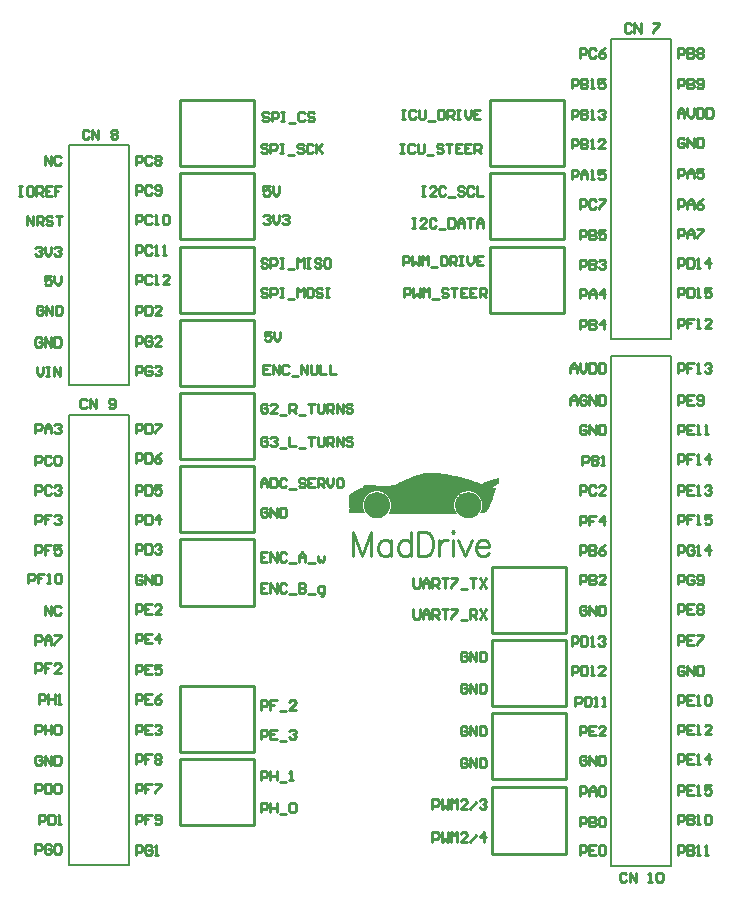
<source format=gto>
G04 Layer_Color=65535*
%FSLAX44Y44*%
%MOMM*%
G71*
G01*
G75*
%ADD10C,0.2540*%
%ADD13C,0.0254*%
%ADD14C,0.2000*%
D10*
X930650Y1052000D02*
Y1108000D01*
X931000Y1052000D02*
X993000D01*
X993350D02*
Y1108000D01*
X930650D02*
X993350D01*
X930650Y928000D02*
Y984000D01*
X931000Y928000D02*
X993000D01*
X993350D02*
Y984000D01*
X930650D02*
X993350D01*
X1192650Y990000D02*
Y1046000D01*
X1193000Y990000D02*
X1255000D01*
X1255350D02*
Y1046000D01*
X1192650D02*
X1255350D01*
Y1052000D02*
Y1108000D01*
X1193000D02*
X1255000D01*
X1192650Y1052000D02*
Y1108000D01*
Y1052000D02*
X1255350D01*
X930650Y804000D02*
Y860000D01*
X931000Y804000D02*
X993000D01*
X993350D02*
Y860000D01*
X930650D02*
X993350D01*
Y866000D02*
Y922000D01*
X931000D02*
X993000D01*
X930650Y866000D02*
Y922000D01*
Y866000D02*
X993350D01*
X993350Y680000D02*
Y736000D01*
X931000D02*
X993000D01*
X930650Y680000D02*
Y736000D01*
Y680000D02*
X993350D01*
X1194650Y470000D02*
Y526000D01*
X1195000Y470000D02*
X1257000D01*
X1257350D02*
Y526000D01*
X1194650D02*
X1257350D01*
X930650Y556000D02*
Y612000D01*
X931000Y556000D02*
X993000D01*
X993350D02*
Y612000D01*
X930650D02*
X993350D01*
X930650Y494000D02*
Y550000D01*
X931000Y494000D02*
X993000D01*
X993350D02*
Y550000D01*
X930650D02*
X993350D01*
X1257350Y595000D02*
Y651000D01*
X1195000D02*
X1257000D01*
X1194650Y595000D02*
Y651000D01*
Y595000D02*
X1257350D01*
X930650Y742000D02*
Y798000D01*
X931000Y742000D02*
X993000D01*
X993350D02*
Y798000D01*
X930650D02*
X993350D01*
X1192650Y928000D02*
Y984000D01*
X1193000Y928000D02*
X1255000D01*
X1255350D02*
Y984000D01*
X1192650D02*
X1255350D01*
X1194650Y657000D02*
Y713000D01*
X1195000Y657000D02*
X1257000D01*
X1257350D02*
Y713000D01*
X1194650D02*
X1257350D01*
Y533000D02*
Y589000D01*
X1195000D02*
X1257000D01*
X1194650Y533000D02*
Y589000D01*
Y533000D02*
X1257350D01*
X993350Y990000D02*
Y1046000D01*
X931000D02*
X993000D01*
X930650Y990000D02*
Y1046000D01*
Y990000D02*
X993350D01*
X999000Y505000D02*
Y512997D01*
X1002999D01*
X1004332Y511665D01*
Y508999D01*
X1002999Y507666D01*
X999000D01*
X1006997Y512997D02*
Y505000D01*
Y508999D01*
X1012329D01*
Y512997D01*
Y505000D01*
X1014995Y503667D02*
X1020327D01*
X1022992Y511665D02*
X1024325Y512997D01*
X1026991D01*
X1028324Y511665D01*
Y506333D01*
X1026991Y505000D01*
X1024325D01*
X1022992Y506333D01*
Y511665D01*
X999000Y532000D02*
Y539997D01*
X1002999D01*
X1004332Y538665D01*
Y535999D01*
X1002999Y534666D01*
X999000D01*
X1006997Y539997D02*
Y532000D01*
Y535999D01*
X1012329D01*
Y539997D01*
Y532000D01*
X1014995Y530667D02*
X1020327D01*
X1022992Y532000D02*
X1025658D01*
X1024325D01*
Y539997D01*
X1022992Y538665D01*
X999000Y567000D02*
Y574997D01*
X1002999D01*
X1004332Y573665D01*
Y570999D01*
X1002999Y569666D01*
X999000D01*
X1012329Y574997D02*
X1006997D01*
Y567000D01*
X1012329D01*
X1006997Y570999D02*
X1009663D01*
X1014995Y565667D02*
X1020327D01*
X1022992Y573665D02*
X1024325Y574997D01*
X1026991D01*
X1028324Y573665D01*
Y572332D01*
X1026991Y570999D01*
X1025658D01*
X1026991D01*
X1028324Y569666D01*
Y568333D01*
X1026991Y567000D01*
X1024325D01*
X1022992Y568333D01*
X999000Y592000D02*
Y599997D01*
X1002999D01*
X1004332Y598665D01*
Y595999D01*
X1002999Y594666D01*
X999000D01*
X1012329Y599997D02*
X1006997D01*
Y595999D01*
X1009663D01*
X1006997D01*
Y592000D01*
X1014995Y590667D02*
X1020327D01*
X1028324Y592000D02*
X1022992D01*
X1028324Y597332D01*
Y598665D01*
X1026991Y599997D01*
X1024325D01*
X1022992Y598665D01*
X1144000Y480000D02*
Y487997D01*
X1147999D01*
X1149332Y486665D01*
Y483999D01*
X1147999Y482666D01*
X1144000D01*
X1151997Y487997D02*
Y480000D01*
X1154663Y482666D01*
X1157329Y480000D01*
Y487997D01*
X1159995Y480000D02*
Y487997D01*
X1162661Y485332D01*
X1165326Y487997D01*
Y480000D01*
X1173324D02*
X1167992D01*
X1173324Y485332D01*
Y486665D01*
X1171991Y487997D01*
X1169325D01*
X1167992Y486665D01*
X1175990Y480000D02*
X1181321Y485332D01*
X1187986Y480000D02*
Y487997D01*
X1183987Y483999D01*
X1189319D01*
X1144000Y508000D02*
Y515997D01*
X1147999D01*
X1149332Y514664D01*
Y511999D01*
X1147999Y510666D01*
X1144000D01*
X1151997Y515997D02*
Y508000D01*
X1154663Y510666D01*
X1157329Y508000D01*
Y515997D01*
X1159995Y508000D02*
Y515997D01*
X1162661Y513332D01*
X1165326Y515997D01*
Y508000D01*
X1173324D02*
X1167992D01*
X1173324Y513332D01*
Y514664D01*
X1171991Y515997D01*
X1169325D01*
X1167992Y514664D01*
X1175990Y508000D02*
X1181321Y513332D01*
X1183987Y514664D02*
X1185320Y515997D01*
X1187986D01*
X1189319Y514664D01*
Y513332D01*
X1187986Y511999D01*
X1186653D01*
X1187986D01*
X1189319Y510666D01*
Y509333D01*
X1187986Y508000D01*
X1185320D01*
X1183987Y509333D01*
X1004332Y698997D02*
X999000D01*
Y691000D01*
X1004332D01*
X999000Y694999D02*
X1001666D01*
X1006997Y691000D02*
Y698997D01*
X1012329Y691000D01*
Y698997D01*
X1020327Y697664D02*
X1018994Y698997D01*
X1016328D01*
X1014995Y697664D01*
Y692333D01*
X1016328Y691000D01*
X1018994D01*
X1020327Y692333D01*
X1022992Y689667D02*
X1028324D01*
X1030990Y698997D02*
Y691000D01*
X1034988D01*
X1036321Y692333D01*
Y693666D01*
X1034988Y694999D01*
X1030990D01*
X1034988D01*
X1036321Y696332D01*
Y697664D01*
X1034988Y698997D01*
X1030990D01*
X1038987Y689667D02*
X1044319D01*
X1049650Y688334D02*
X1050983D01*
X1052316Y689667D01*
Y696332D01*
X1048317D01*
X1046984Y694999D01*
Y692333D01*
X1048317Y691000D01*
X1052316D01*
X1004332Y724997D02*
X999000D01*
Y717000D01*
X1004332D01*
X999000Y720999D02*
X1001666D01*
X1006997Y717000D02*
Y724997D01*
X1012329Y717000D01*
Y724997D01*
X1020327Y723664D02*
X1018994Y724997D01*
X1016328D01*
X1014995Y723664D01*
Y718333D01*
X1016328Y717000D01*
X1018994D01*
X1020327Y718333D01*
X1022992Y715667D02*
X1028324D01*
X1030990Y717000D02*
Y722332D01*
X1033655Y724997D01*
X1036321Y722332D01*
Y717000D01*
Y720999D01*
X1030990D01*
X1038987Y715667D02*
X1044319D01*
X1046984Y722332D02*
Y718333D01*
X1048317Y717000D01*
X1049650Y718333D01*
X1050983Y717000D01*
X1052316Y718333D01*
Y722332D01*
X1004332Y761665D02*
X1002999Y762997D01*
X1000333D01*
X999000Y761665D01*
Y756333D01*
X1000333Y755000D01*
X1002999D01*
X1004332Y756333D01*
Y758999D01*
X1001666D01*
X1006997Y755000D02*
Y762997D01*
X1012329Y755000D01*
Y762997D01*
X1014995D02*
Y755000D01*
X1018994D01*
X1020327Y756333D01*
Y761665D01*
X1018994Y762997D01*
X1014995D01*
X999000Y780000D02*
Y785332D01*
X1001666Y787997D01*
X1004332Y785332D01*
Y780000D01*
Y783999D01*
X999000D01*
X1006997Y787997D02*
Y780000D01*
X1010996D01*
X1012329Y781333D01*
Y786665D01*
X1010996Y787997D01*
X1006997D01*
X1020327Y786665D02*
X1018994Y787997D01*
X1016328D01*
X1014995Y786665D01*
Y781333D01*
X1016328Y780000D01*
X1018994D01*
X1020327Y781333D01*
X1022992Y778667D02*
X1028324D01*
X1036321Y786665D02*
X1034988Y787997D01*
X1032323D01*
X1030990Y786665D01*
Y785332D01*
X1032323Y783999D01*
X1034988D01*
X1036321Y782666D01*
Y781333D01*
X1034988Y780000D01*
X1032323D01*
X1030990Y781333D01*
X1044319Y787997D02*
X1038987D01*
Y780000D01*
X1044319D01*
X1038987Y783999D02*
X1041653D01*
X1046984Y780000D02*
Y787997D01*
X1050983D01*
X1052316Y786665D01*
Y783999D01*
X1050983Y782666D01*
X1046984D01*
X1049650D02*
X1052316Y780000D01*
X1054982Y787997D02*
Y782666D01*
X1057648Y780000D01*
X1060314Y782666D01*
Y787997D01*
X1066978D02*
X1064312D01*
X1062979Y786665D01*
Y781333D01*
X1064312Y780000D01*
X1066978D01*
X1068311Y781333D01*
Y786665D01*
X1066978Y787997D01*
X1004332Y821665D02*
X1002999Y822997D01*
X1000333D01*
X999000Y821665D01*
Y816333D01*
X1000333Y815000D01*
X1002999D01*
X1004332Y816333D01*
Y818999D01*
X1001666D01*
X1006997Y821665D02*
X1008330Y822997D01*
X1010996D01*
X1012329Y821665D01*
Y820332D01*
X1010996Y818999D01*
X1009663D01*
X1010996D01*
X1012329Y817666D01*
Y816333D01*
X1010996Y815000D01*
X1008330D01*
X1006997Y816333D01*
X1014995Y813667D02*
X1020327D01*
X1022992Y822997D02*
Y815000D01*
X1028324D01*
X1030990Y813667D02*
X1036321D01*
X1038987Y822997D02*
X1044319D01*
X1041653D01*
Y815000D01*
X1046984Y822997D02*
Y816333D01*
X1048317Y815000D01*
X1050983D01*
X1052316Y816333D01*
Y822997D01*
X1054982Y815000D02*
Y822997D01*
X1058981D01*
X1060314Y821665D01*
Y818999D01*
X1058981Y817666D01*
X1054982D01*
X1057648D02*
X1060314Y815000D01*
X1062979D02*
Y822997D01*
X1068311Y815000D01*
Y822997D01*
X1076308Y821665D02*
X1074976Y822997D01*
X1072310D01*
X1070977Y821665D01*
Y820332D01*
X1072310Y818999D01*
X1074976D01*
X1076308Y817666D01*
Y816333D01*
X1074976Y815000D01*
X1072310D01*
X1070977Y816333D01*
X1004332Y849665D02*
X1002999Y850997D01*
X1000333D01*
X999000Y849665D01*
Y844333D01*
X1000333Y843000D01*
X1002999D01*
X1004332Y844333D01*
Y846999D01*
X1001666D01*
X1012329Y843000D02*
X1006997D01*
X1012329Y848332D01*
Y849665D01*
X1010996Y850997D01*
X1008330D01*
X1006997Y849665D01*
X1014995Y841667D02*
X1020327D01*
X1022992Y843000D02*
Y850997D01*
X1026991D01*
X1028324Y849665D01*
Y846999D01*
X1026991Y845666D01*
X1022992D01*
X1025658D02*
X1028324Y843000D01*
X1030990Y841667D02*
X1036321D01*
X1038987Y850997D02*
X1044319D01*
X1041653D01*
Y843000D01*
X1046984Y850997D02*
Y844333D01*
X1048317Y843000D01*
X1050983D01*
X1052316Y844333D01*
Y850997D01*
X1054982Y843000D02*
Y850997D01*
X1058981D01*
X1060314Y849665D01*
Y846999D01*
X1058981Y845666D01*
X1054982D01*
X1057648D02*
X1060314Y843000D01*
X1062979D02*
Y850997D01*
X1068311Y843000D01*
Y850997D01*
X1076308Y849665D02*
X1074976Y850997D01*
X1072310D01*
X1070977Y849665D01*
Y848332D01*
X1072310Y846999D01*
X1074976D01*
X1076308Y845666D01*
Y844333D01*
X1074976Y843000D01*
X1072310D01*
X1070977Y844333D01*
X1007332Y911997D02*
X1002000D01*
Y907999D01*
X1004666Y909332D01*
X1005999D01*
X1007332Y907999D01*
Y905333D01*
X1005999Y904000D01*
X1003333D01*
X1002000Y905333D01*
X1009997Y911997D02*
Y906666D01*
X1012663Y904000D01*
X1015329Y906666D01*
Y911997D01*
X1006332Y883997D02*
X1001000D01*
Y876000D01*
X1006332D01*
X1001000Y879999D02*
X1003666D01*
X1008997Y876000D02*
Y883997D01*
X1014329Y876000D01*
Y883997D01*
X1022327Y882664D02*
X1020994Y883997D01*
X1018328D01*
X1016995Y882664D01*
Y877333D01*
X1018328Y876000D01*
X1020994D01*
X1022327Y877333D01*
X1024992Y874667D02*
X1030324D01*
X1032990Y876000D02*
Y883997D01*
X1038321Y876000D01*
Y883997D01*
X1040987D02*
Y877333D01*
X1042320Y876000D01*
X1044986D01*
X1046319Y877333D01*
Y883997D01*
X1048985D02*
Y876000D01*
X1054316D01*
X1056982Y883997D02*
Y876000D01*
X1062314D01*
X1004332Y947664D02*
X1002999Y948997D01*
X1000333D01*
X999000Y947664D01*
Y946332D01*
X1000333Y944999D01*
X1002999D01*
X1004332Y943666D01*
Y942333D01*
X1002999Y941000D01*
X1000333D01*
X999000Y942333D01*
X1006997Y941000D02*
Y948997D01*
X1010996D01*
X1012329Y947664D01*
Y944999D01*
X1010996Y943666D01*
X1006997D01*
X1014995Y948997D02*
X1017661D01*
X1016328D01*
Y941000D01*
X1014995D01*
X1017661D01*
X1021659Y939667D02*
X1026991D01*
X1029657Y941000D02*
Y948997D01*
X1032323Y946332D01*
X1034988Y948997D01*
Y941000D01*
X1041653Y948997D02*
X1038987D01*
X1037654Y947664D01*
Y942333D01*
X1038987Y941000D01*
X1041653D01*
X1042986Y942333D01*
Y947664D01*
X1041653Y948997D01*
X1050983Y947664D02*
X1049650Y948997D01*
X1046984D01*
X1045652Y947664D01*
Y946332D01*
X1046984Y944999D01*
X1049650D01*
X1050983Y943666D01*
Y942333D01*
X1049650Y941000D01*
X1046984D01*
X1045652Y942333D01*
X1053649Y948997D02*
X1056315D01*
X1054982D01*
Y941000D01*
X1053649D01*
X1056315D01*
X1004332Y972664D02*
X1002999Y973997D01*
X1000333D01*
X999000Y972664D01*
Y971332D01*
X1000333Y969999D01*
X1002999D01*
X1004332Y968666D01*
Y967333D01*
X1002999Y966000D01*
X1000333D01*
X999000Y967333D01*
X1006997Y966000D02*
Y973997D01*
X1010996D01*
X1012329Y972664D01*
Y969999D01*
X1010996Y968666D01*
X1006997D01*
X1014995Y973997D02*
X1017661D01*
X1016328D01*
Y966000D01*
X1014995D01*
X1017661D01*
X1021659Y964667D02*
X1026991D01*
X1029657Y966000D02*
Y973997D01*
X1032323Y971332D01*
X1034988Y973997D01*
Y966000D01*
X1037654Y973997D02*
X1040320D01*
X1038987D01*
Y966000D01*
X1037654D01*
X1040320D01*
X1049650Y972664D02*
X1048317Y973997D01*
X1045652D01*
X1044319Y972664D01*
Y971332D01*
X1045652Y969999D01*
X1048317D01*
X1049650Y968666D01*
Y967333D01*
X1048317Y966000D01*
X1045652D01*
X1044319Y967333D01*
X1056315Y973997D02*
X1053649D01*
X1052316Y972664D01*
Y967333D01*
X1053649Y966000D01*
X1056315D01*
X1057648Y967333D01*
Y972664D01*
X1056315Y973997D01*
X1006332Y1034997D02*
X1001000D01*
Y1030999D01*
X1003666Y1032332D01*
X1004999D01*
X1006332Y1030999D01*
Y1028333D01*
X1004999Y1027000D01*
X1002333D01*
X1001000Y1028333D01*
X1008997Y1034997D02*
Y1029666D01*
X1011663Y1027000D01*
X1014329Y1029666D01*
Y1034997D01*
X1001000Y1009665D02*
X1002333Y1010997D01*
X1004999D01*
X1006332Y1009665D01*
Y1008332D01*
X1004999Y1006999D01*
X1003666D01*
X1004999D01*
X1006332Y1005666D01*
Y1004333D01*
X1004999Y1003000D01*
X1002333D01*
X1001000Y1004333D01*
X1008997Y1010997D02*
Y1005666D01*
X1011663Y1003000D01*
X1014329Y1005666D01*
Y1010997D01*
X1016995Y1009665D02*
X1018328Y1010997D01*
X1020994D01*
X1022327Y1009665D01*
Y1008332D01*
X1020994Y1006999D01*
X1019661D01*
X1020994D01*
X1022327Y1005666D01*
Y1004333D01*
X1020994Y1003000D01*
X1018328D01*
X1016995Y1004333D01*
X1004332Y1069665D02*
X1002999Y1070997D01*
X1000333D01*
X999000Y1069665D01*
Y1068332D01*
X1000333Y1066999D01*
X1002999D01*
X1004332Y1065666D01*
Y1064333D01*
X1002999Y1063000D01*
X1000333D01*
X999000Y1064333D01*
X1006997Y1063000D02*
Y1070997D01*
X1010996D01*
X1012329Y1069665D01*
Y1066999D01*
X1010996Y1065666D01*
X1006997D01*
X1014995Y1070997D02*
X1017661D01*
X1016328D01*
Y1063000D01*
X1014995D01*
X1017661D01*
X1021659Y1061667D02*
X1026991D01*
X1034988Y1069665D02*
X1033655Y1070997D01*
X1030990D01*
X1029657Y1069665D01*
Y1068332D01*
X1030990Y1066999D01*
X1033655D01*
X1034988Y1065666D01*
Y1064333D01*
X1033655Y1063000D01*
X1030990D01*
X1029657Y1064333D01*
X1042986Y1069665D02*
X1041653Y1070997D01*
X1038987D01*
X1037654Y1069665D01*
Y1064333D01*
X1038987Y1063000D01*
X1041653D01*
X1042986Y1064333D01*
X1045652Y1070997D02*
Y1063000D01*
Y1065666D01*
X1050983Y1070997D01*
X1046984Y1066999D01*
X1050983Y1063000D01*
X1005332Y1096665D02*
X1003999Y1097997D01*
X1001333D01*
X1000000Y1096665D01*
Y1095332D01*
X1001333Y1093999D01*
X1003999D01*
X1005332Y1092666D01*
Y1091333D01*
X1003999Y1090000D01*
X1001333D01*
X1000000Y1091333D01*
X1007997Y1090000D02*
Y1097997D01*
X1011996D01*
X1013329Y1096665D01*
Y1093999D01*
X1011996Y1092666D01*
X1007997D01*
X1015995Y1097997D02*
X1018661D01*
X1017328D01*
Y1090000D01*
X1015995D01*
X1018661D01*
X1022659Y1088667D02*
X1027991D01*
X1035988Y1096665D02*
X1034656Y1097997D01*
X1031990D01*
X1030657Y1096665D01*
Y1091333D01*
X1031990Y1090000D01*
X1034656D01*
X1035988Y1091333D01*
X1043986Y1096665D02*
X1042653Y1097997D01*
X1039987D01*
X1038654Y1096665D01*
Y1095332D01*
X1039987Y1093999D01*
X1042653D01*
X1043986Y1092666D01*
Y1091333D01*
X1042653Y1090000D01*
X1039987D01*
X1038654Y1091333D01*
X1173332Y549664D02*
X1171999Y550997D01*
X1169333D01*
X1168000Y549664D01*
Y544333D01*
X1169333Y543000D01*
X1171999D01*
X1173332Y544333D01*
Y546999D01*
X1170666D01*
X1175997Y543000D02*
Y550997D01*
X1181329Y543000D01*
Y550997D01*
X1183995D02*
Y543000D01*
X1187994D01*
X1189326Y544333D01*
Y549664D01*
X1187994Y550997D01*
X1183995D01*
X1173332Y576665D02*
X1171999Y577997D01*
X1169333D01*
X1168000Y576665D01*
Y571333D01*
X1169333Y570000D01*
X1171999D01*
X1173332Y571333D01*
Y573999D01*
X1170666D01*
X1175997Y570000D02*
Y577997D01*
X1181329Y570000D01*
Y577997D01*
X1183995D02*
Y570000D01*
X1187994D01*
X1189326Y571333D01*
Y576665D01*
X1187994Y577997D01*
X1183995D01*
X1173332Y612664D02*
X1171999Y613997D01*
X1169333D01*
X1168000Y612664D01*
Y607333D01*
X1169333Y606000D01*
X1171999D01*
X1173332Y607333D01*
Y609999D01*
X1170666D01*
X1175997Y606000D02*
Y613997D01*
X1181329Y606000D01*
Y613997D01*
X1183995D02*
Y606000D01*
X1187994D01*
X1189326Y607333D01*
Y612664D01*
X1187994Y613997D01*
X1183995D01*
X1173332Y639664D02*
X1171999Y640997D01*
X1169333D01*
X1168000Y639664D01*
Y634333D01*
X1169333Y633000D01*
X1171999D01*
X1173332Y634333D01*
Y636999D01*
X1170666D01*
X1175997Y633000D02*
Y640997D01*
X1181329Y633000D01*
Y640997D01*
X1183995D02*
Y633000D01*
X1187994D01*
X1189326Y634333D01*
Y639664D01*
X1187994Y640997D01*
X1183995D01*
X1128000Y676997D02*
Y670333D01*
X1129333Y669000D01*
X1131999D01*
X1133332Y670333D01*
Y676997D01*
X1135997Y669000D02*
Y674332D01*
X1138663Y676997D01*
X1141329Y674332D01*
Y669000D01*
Y672999D01*
X1135997D01*
X1143995Y669000D02*
Y676997D01*
X1147994D01*
X1149326Y675665D01*
Y672999D01*
X1147994Y671666D01*
X1143995D01*
X1146661D02*
X1149326Y669000D01*
X1151992Y676997D02*
X1157324D01*
X1154658D01*
Y669000D01*
X1159990Y676997D02*
X1165321D01*
Y675665D01*
X1159990Y670333D01*
Y669000D01*
X1167987Y667667D02*
X1173319D01*
X1175984Y669000D02*
Y676997D01*
X1179983D01*
X1181316Y675665D01*
Y672999D01*
X1179983Y671666D01*
X1175984D01*
X1178650D02*
X1181316Y669000D01*
X1183982Y676997D02*
X1189314Y669000D01*
Y676997D02*
X1183982Y669000D01*
X1128000Y702997D02*
Y696333D01*
X1129333Y695000D01*
X1131999D01*
X1133332Y696333D01*
Y702997D01*
X1135997Y695000D02*
Y700332D01*
X1138663Y702997D01*
X1141329Y700332D01*
Y695000D01*
Y698999D01*
X1135997D01*
X1143995Y695000D02*
Y702997D01*
X1147994D01*
X1149326Y701665D01*
Y698999D01*
X1147994Y697666D01*
X1143995D01*
X1146661D02*
X1149326Y695000D01*
X1151992Y702997D02*
X1157324D01*
X1154658D01*
Y695000D01*
X1159990Y702997D02*
X1165321D01*
Y701665D01*
X1159990Y696333D01*
Y695000D01*
X1167987Y693667D02*
X1173319D01*
X1175984Y702997D02*
X1181316D01*
X1178650D01*
Y695000D01*
X1183982Y702997D02*
X1189314Y695000D01*
Y702997D02*
X1183982Y695000D01*
X1118000Y1099997D02*
X1120666D01*
X1119333D01*
Y1092000D01*
X1118000D01*
X1120666D01*
X1129996Y1098664D02*
X1128663Y1099997D01*
X1125997D01*
X1124665Y1098664D01*
Y1093333D01*
X1125997Y1092000D01*
X1128663D01*
X1129996Y1093333D01*
X1132662Y1099997D02*
Y1093333D01*
X1133995Y1092000D01*
X1136661D01*
X1137994Y1093333D01*
Y1099997D01*
X1140659Y1090667D02*
X1145991D01*
X1148657Y1099997D02*
Y1092000D01*
X1152655D01*
X1153988Y1093333D01*
Y1098664D01*
X1152655Y1099997D01*
X1148657D01*
X1156654Y1092000D02*
Y1099997D01*
X1160653D01*
X1161986Y1098664D01*
Y1095999D01*
X1160653Y1094666D01*
X1156654D01*
X1159320D02*
X1161986Y1092000D01*
X1164652Y1099997D02*
X1167317D01*
X1165984D01*
Y1092000D01*
X1164652D01*
X1167317D01*
X1171316Y1099997D02*
Y1094666D01*
X1173982Y1092000D01*
X1176648Y1094666D01*
Y1099997D01*
X1184645D02*
X1179314D01*
Y1092000D01*
X1184645D01*
X1179314Y1095999D02*
X1181979D01*
X1117000Y1070997D02*
X1119666D01*
X1118333D01*
Y1063000D01*
X1117000D01*
X1119666D01*
X1128996Y1069665D02*
X1127663Y1070997D01*
X1124997D01*
X1123664Y1069665D01*
Y1064333D01*
X1124997Y1063000D01*
X1127663D01*
X1128996Y1064333D01*
X1131662Y1070997D02*
Y1064333D01*
X1132995Y1063000D01*
X1135661D01*
X1136994Y1064333D01*
Y1070997D01*
X1139659Y1061667D02*
X1144991D01*
X1152988Y1069665D02*
X1151656Y1070997D01*
X1148990D01*
X1147657Y1069665D01*
Y1068332D01*
X1148990Y1066999D01*
X1151656D01*
X1152988Y1065666D01*
Y1064333D01*
X1151656Y1063000D01*
X1148990D01*
X1147657Y1064333D01*
X1155654Y1070997D02*
X1160986D01*
X1158320D01*
Y1063000D01*
X1168983Y1070997D02*
X1163652D01*
Y1063000D01*
X1168983D01*
X1163652Y1066999D02*
X1166317D01*
X1176981Y1070997D02*
X1171649D01*
Y1063000D01*
X1176981D01*
X1171649Y1066999D02*
X1174315D01*
X1179647Y1063000D02*
Y1070997D01*
X1183645D01*
X1184978Y1069665D01*
Y1066999D01*
X1183645Y1065666D01*
X1179647D01*
X1182312D02*
X1184978Y1063000D01*
X1135000Y1034997D02*
X1137666D01*
X1136333D01*
Y1027000D01*
X1135000D01*
X1137666D01*
X1146996D02*
X1141665D01*
X1146996Y1032332D01*
Y1033664D01*
X1145663Y1034997D01*
X1142997D01*
X1141665Y1033664D01*
X1154994D02*
X1153661Y1034997D01*
X1150995D01*
X1149662Y1033664D01*
Y1028333D01*
X1150995Y1027000D01*
X1153661D01*
X1154994Y1028333D01*
X1157659Y1025667D02*
X1162991D01*
X1170988Y1033664D02*
X1169656Y1034997D01*
X1166990D01*
X1165657Y1033664D01*
Y1032332D01*
X1166990Y1030999D01*
X1169656D01*
X1170988Y1029666D01*
Y1028333D01*
X1169656Y1027000D01*
X1166990D01*
X1165657Y1028333D01*
X1178986Y1033664D02*
X1177653Y1034997D01*
X1174987D01*
X1173654Y1033664D01*
Y1028333D01*
X1174987Y1027000D01*
X1177653D01*
X1178986Y1028333D01*
X1181652Y1034997D02*
Y1027000D01*
X1186983D01*
X1127000Y1007997D02*
X1129666D01*
X1128333D01*
Y1000000D01*
X1127000D01*
X1129666D01*
X1138996D02*
X1133664D01*
X1138996Y1005332D01*
Y1006665D01*
X1137663Y1007997D01*
X1134997D01*
X1133664Y1006665D01*
X1146994D02*
X1145661Y1007997D01*
X1142995D01*
X1141662Y1006665D01*
Y1001333D01*
X1142995Y1000000D01*
X1145661D01*
X1146994Y1001333D01*
X1149659Y998667D02*
X1154991D01*
X1157657Y1007997D02*
Y1000000D01*
X1161656D01*
X1162988Y1001333D01*
Y1006665D01*
X1161656Y1007997D01*
X1157657D01*
X1165654Y1000000D02*
Y1005332D01*
X1168320Y1007997D01*
X1170986Y1005332D01*
Y1000000D01*
Y1003999D01*
X1165654D01*
X1173652Y1007997D02*
X1178983D01*
X1176317D01*
Y1000000D01*
X1181649D02*
Y1005332D01*
X1184315Y1007997D01*
X1186981Y1005332D01*
Y1000000D01*
Y1003999D01*
X1181649D01*
X1120000Y941000D02*
Y948997D01*
X1123999D01*
X1125332Y947664D01*
Y944999D01*
X1123999Y943666D01*
X1120000D01*
X1127997Y948997D02*
Y941000D01*
X1130663Y943666D01*
X1133329Y941000D01*
Y948997D01*
X1135995Y941000D02*
Y948997D01*
X1138661Y946332D01*
X1141326Y948997D01*
Y941000D01*
X1143992Y939667D02*
X1149324D01*
X1157321Y947664D02*
X1155988Y948997D01*
X1153323D01*
X1151990Y947664D01*
Y946332D01*
X1153323Y944999D01*
X1155988D01*
X1157321Y943666D01*
Y942333D01*
X1155988Y941000D01*
X1153323D01*
X1151990Y942333D01*
X1159987Y948997D02*
X1165319D01*
X1162653D01*
Y941000D01*
X1173316Y948997D02*
X1167984D01*
Y941000D01*
X1173316D01*
X1167984Y944999D02*
X1170650D01*
X1181313Y948997D02*
X1175982D01*
Y941000D01*
X1181313D01*
X1175982Y944999D02*
X1178648D01*
X1183979Y941000D02*
Y948997D01*
X1187978D01*
X1189311Y947664D01*
Y944999D01*
X1187978Y943666D01*
X1183979D01*
X1186645D02*
X1189311Y941000D01*
X1119000Y968000D02*
Y975997D01*
X1122999D01*
X1124332Y974665D01*
Y971999D01*
X1122999Y970666D01*
X1119000D01*
X1126997Y975997D02*
Y968000D01*
X1129663Y970666D01*
X1132329Y968000D01*
Y975997D01*
X1134995Y968000D02*
Y975997D01*
X1137661Y973332D01*
X1140326Y975997D01*
Y968000D01*
X1142992Y966667D02*
X1148324D01*
X1150990Y975997D02*
Y968000D01*
X1154988D01*
X1156321Y969333D01*
Y974665D01*
X1154988Y975997D01*
X1150990D01*
X1158987Y968000D02*
Y975997D01*
X1162986D01*
X1164319Y974665D01*
Y971999D01*
X1162986Y970666D01*
X1158987D01*
X1161653D02*
X1164319Y968000D01*
X1166984Y975997D02*
X1169650D01*
X1168317D01*
Y968000D01*
X1166984D01*
X1169650D01*
X1173649Y975997D02*
Y970666D01*
X1176315Y968000D01*
X1178981Y970666D01*
Y975997D01*
X1186978D02*
X1181646D01*
Y968000D01*
X1186978D01*
X1181646Y971999D02*
X1184312D01*
X853332Y1081665D02*
X851999Y1082997D01*
X849333D01*
X848000Y1081665D01*
Y1076333D01*
X849333Y1075000D01*
X851999D01*
X853332Y1076333D01*
X855997Y1075000D02*
Y1082997D01*
X861329Y1075000D01*
Y1082997D01*
X871992Y1081665D02*
X873325Y1082997D01*
X875991D01*
X877324Y1081665D01*
Y1080332D01*
X875991Y1078999D01*
X877324Y1077666D01*
Y1076333D01*
X875991Y1075000D01*
X873325D01*
X871992Y1076333D01*
Y1077666D01*
X873325Y1078999D01*
X871992Y1080332D01*
Y1081665D01*
X873325Y1078999D02*
X875991D01*
X893000Y1053000D02*
Y1060997D01*
X896999D01*
X898332Y1059665D01*
Y1056999D01*
X896999Y1055666D01*
X893000D01*
X906329Y1059665D02*
X904996Y1060997D01*
X902330D01*
X900997Y1059665D01*
Y1054333D01*
X902330Y1053000D01*
X904996D01*
X906329Y1054333D01*
X908995Y1059665D02*
X910328Y1060997D01*
X912994D01*
X914326Y1059665D01*
Y1058332D01*
X912994Y1056999D01*
X914326Y1055666D01*
Y1054333D01*
X912994Y1053000D01*
X910328D01*
X908995Y1054333D01*
Y1055666D01*
X910328Y1056999D01*
X908995Y1058332D01*
Y1059665D01*
X910328Y1056999D02*
X912994D01*
X893000Y1028000D02*
Y1035997D01*
X896999D01*
X898332Y1034665D01*
Y1031999D01*
X896999Y1030666D01*
X893000D01*
X906329Y1034665D02*
X904996Y1035997D01*
X902330D01*
X900997Y1034665D01*
Y1029333D01*
X902330Y1028000D01*
X904996D01*
X906329Y1029333D01*
X908995D02*
X910328Y1028000D01*
X912994D01*
X914326Y1029333D01*
Y1034665D01*
X912994Y1035997D01*
X910328D01*
X908995Y1034665D01*
Y1033332D01*
X910328Y1031999D01*
X914326D01*
X893000Y1003000D02*
Y1010997D01*
X896999D01*
X898332Y1009665D01*
Y1006999D01*
X896999Y1005666D01*
X893000D01*
X906329Y1009665D02*
X904996Y1010997D01*
X902330D01*
X900997Y1009665D01*
Y1004333D01*
X902330Y1003000D01*
X904996D01*
X906329Y1004333D01*
X908995Y1003000D02*
X911661D01*
X910328D01*
Y1010997D01*
X908995Y1009665D01*
X915659D02*
X916992Y1010997D01*
X919658D01*
X920991Y1009665D01*
Y1004333D01*
X919658Y1003000D01*
X916992D01*
X915659Y1004333D01*
Y1009665D01*
X893000Y977000D02*
Y984997D01*
X896999D01*
X898332Y983664D01*
Y980999D01*
X896999Y979666D01*
X893000D01*
X906329Y983664D02*
X904996Y984997D01*
X902330D01*
X900997Y983664D01*
Y978333D01*
X902330Y977000D01*
X904996D01*
X906329Y978333D01*
X908995Y977000D02*
X911661D01*
X910328D01*
Y984997D01*
X908995Y983664D01*
X915659Y977000D02*
X918325D01*
X916992D01*
Y984997D01*
X915659Y983664D01*
X893000Y952000D02*
Y959997D01*
X896999D01*
X898332Y958664D01*
Y955999D01*
X896999Y954666D01*
X893000D01*
X906329Y958664D02*
X904996Y959997D01*
X902330D01*
X900997Y958664D01*
Y953333D01*
X902330Y952000D01*
X904996D01*
X906329Y953333D01*
X908995Y952000D02*
X911661D01*
X910328D01*
Y959997D01*
X908995Y958664D01*
X920991Y952000D02*
X915659D01*
X920991Y957332D01*
Y958664D01*
X919658Y959997D01*
X916992D01*
X915659Y958664D01*
X893000Y926000D02*
Y933997D01*
X896999D01*
X898332Y932664D01*
Y929999D01*
X896999Y928666D01*
X893000D01*
X900997Y933997D02*
Y926000D01*
X904996D01*
X906329Y927333D01*
Y932664D01*
X904996Y933997D01*
X900997D01*
X914326Y926000D02*
X908995D01*
X914326Y931332D01*
Y932664D01*
X912994Y933997D01*
X910328D01*
X908995Y932664D01*
X893000Y900000D02*
Y907997D01*
X896999D01*
X898332Y906665D01*
Y903999D01*
X896999Y902666D01*
X893000D01*
X906329Y906665D02*
X904996Y907997D01*
X902330D01*
X900997Y906665D01*
Y901333D01*
X902330Y900000D01*
X904996D01*
X906329Y901333D01*
Y903999D01*
X903663D01*
X914326Y900000D02*
X908995D01*
X914326Y905332D01*
Y906665D01*
X912994Y907997D01*
X910328D01*
X908995Y906665D01*
X893000Y875000D02*
Y882997D01*
X896999D01*
X898332Y881665D01*
Y878999D01*
X896999Y877666D01*
X893000D01*
X906329Y881665D02*
X904996Y882997D01*
X902330D01*
X900997Y881665D01*
Y876333D01*
X902330Y875000D01*
X904996D01*
X906329Y876333D01*
Y878999D01*
X903663D01*
X908995Y881665D02*
X910328Y882997D01*
X912994D01*
X914326Y881665D01*
Y880332D01*
X912994Y878999D01*
X911661D01*
X912994D01*
X914326Y877666D01*
Y876333D01*
X912994Y875000D01*
X910328D01*
X908995Y876333D01*
X794000Y1034997D02*
X796666D01*
X795333D01*
Y1027000D01*
X794000D01*
X796666D01*
X804663Y1034997D02*
X801998D01*
X800665Y1033664D01*
Y1028333D01*
X801998Y1027000D01*
X804663D01*
X805996Y1028333D01*
Y1033664D01*
X804663Y1034997D01*
X808662Y1027000D02*
Y1034997D01*
X812661D01*
X813994Y1033664D01*
Y1030999D01*
X812661Y1029666D01*
X808662D01*
X811328D02*
X813994Y1027000D01*
X821991Y1034997D02*
X816659D01*
Y1027000D01*
X821991D01*
X816659Y1030999D02*
X819325D01*
X829988Y1034997D02*
X824657D01*
Y1030999D01*
X827323D01*
X824657D01*
Y1027000D01*
X801000Y1002000D02*
Y1009997D01*
X806332Y1002000D01*
Y1009997D01*
X808997Y1002000D02*
Y1009997D01*
X812996D01*
X814329Y1008664D01*
Y1005999D01*
X812996Y1004666D01*
X808997D01*
X811663D02*
X814329Y1002000D01*
X822326Y1008664D02*
X820994Y1009997D01*
X818328D01*
X816995Y1008664D01*
Y1007332D01*
X818328Y1005999D01*
X820994D01*
X822326Y1004666D01*
Y1003333D01*
X820994Y1002000D01*
X818328D01*
X816995Y1003333D01*
X824992Y1009997D02*
X830324D01*
X827658D01*
Y1002000D01*
X808000Y982664D02*
X809333Y983997D01*
X811999D01*
X813332Y982664D01*
Y981332D01*
X811999Y979999D01*
X810666D01*
X811999D01*
X813332Y978666D01*
Y977333D01*
X811999Y976000D01*
X809333D01*
X808000Y977333D01*
X815997Y983997D02*
Y978666D01*
X818663Y976000D01*
X821329Y978666D01*
Y983997D01*
X823995Y982664D02*
X825328Y983997D01*
X827994D01*
X829326Y982664D01*
Y981332D01*
X827994Y979999D01*
X826661D01*
X827994D01*
X829326Y978666D01*
Y977333D01*
X827994Y976000D01*
X825328D01*
X823995Y977333D01*
X821332Y958997D02*
X816000D01*
Y954999D01*
X818666Y956332D01*
X819999D01*
X821332Y954999D01*
Y952333D01*
X819999Y951000D01*
X817333D01*
X816000Y952333D01*
X823997Y958997D02*
Y953666D01*
X826663Y951000D01*
X829329Y953666D01*
Y958997D01*
X813332Y905665D02*
X811999Y906997D01*
X809333D01*
X808000Y905665D01*
Y900333D01*
X809333Y899000D01*
X811999D01*
X813332Y900333D01*
Y902999D01*
X810666D01*
X815997Y899000D02*
Y906997D01*
X821329Y899000D01*
Y906997D01*
X823995D02*
Y899000D01*
X827994D01*
X829326Y900333D01*
Y905665D01*
X827994Y906997D01*
X823995D01*
X814332Y932664D02*
X812999Y933997D01*
X810333D01*
X809000Y932664D01*
Y927333D01*
X810333Y926000D01*
X812999D01*
X814332Y927333D01*
Y929999D01*
X811666D01*
X816997Y926000D02*
Y933997D01*
X822329Y926000D01*
Y933997D01*
X824995D02*
Y926000D01*
X828994D01*
X830327Y927333D01*
Y932664D01*
X828994Y933997D01*
X824995D01*
X809000Y881997D02*
Y876666D01*
X811666Y874000D01*
X814332Y876666D01*
Y881997D01*
X816997D02*
X819663D01*
X818330D01*
Y874000D01*
X816997D01*
X819663D01*
X823662D02*
Y881997D01*
X828994Y874000D01*
Y881997D01*
X851332Y853664D02*
X849999Y854997D01*
X847333D01*
X846000Y853664D01*
Y848333D01*
X847333Y847000D01*
X849999D01*
X851332Y848333D01*
X853997Y847000D02*
Y854997D01*
X859329Y847000D01*
Y854997D01*
X869992Y848333D02*
X871325Y847000D01*
X873991D01*
X875324Y848333D01*
Y853664D01*
X873991Y854997D01*
X871325D01*
X869992Y853664D01*
Y852332D01*
X871325Y850999D01*
X875324D01*
X893000Y826000D02*
Y833997D01*
X896999D01*
X898332Y832664D01*
Y829999D01*
X896999Y828666D01*
X893000D01*
X900997Y833997D02*
Y826000D01*
X904996D01*
X906329Y827333D01*
Y832664D01*
X904996Y833997D01*
X900997D01*
X908995D02*
X914326D01*
Y832664D01*
X908995Y827333D01*
Y826000D01*
X893000Y801000D02*
Y808997D01*
X896999D01*
X898332Y807664D01*
Y804999D01*
X896999Y803666D01*
X893000D01*
X900997Y808997D02*
Y801000D01*
X904996D01*
X906329Y802333D01*
Y807664D01*
X904996Y808997D01*
X900997D01*
X914326D02*
X911661Y807664D01*
X908995Y804999D01*
Y802333D01*
X910328Y801000D01*
X912994D01*
X914326Y802333D01*
Y803666D01*
X912994Y804999D01*
X908995D01*
X893000Y774000D02*
Y781997D01*
X896999D01*
X898332Y780665D01*
Y777999D01*
X896999Y776666D01*
X893000D01*
X900997Y781997D02*
Y774000D01*
X904996D01*
X906329Y775333D01*
Y780665D01*
X904996Y781997D01*
X900997D01*
X914326D02*
X908995D01*
Y777999D01*
X911661Y779332D01*
X912994D01*
X914326Y777999D01*
Y775333D01*
X912994Y774000D01*
X910328D01*
X908995Y775333D01*
X893000Y749000D02*
Y756997D01*
X896999D01*
X898332Y755665D01*
Y752999D01*
X896999Y751666D01*
X893000D01*
X900997Y756997D02*
Y749000D01*
X904996D01*
X906329Y750333D01*
Y755665D01*
X904996Y756997D01*
X900997D01*
X912994Y749000D02*
Y756997D01*
X908995Y752999D01*
X914326D01*
X893000Y724000D02*
Y731997D01*
X896999D01*
X898332Y730665D01*
Y727999D01*
X896999Y726666D01*
X893000D01*
X900997Y731997D02*
Y724000D01*
X904996D01*
X906329Y725333D01*
Y730665D01*
X904996Y731997D01*
X900997D01*
X908995Y730665D02*
X910328Y731997D01*
X912994D01*
X914326Y730665D01*
Y729332D01*
X912994Y727999D01*
X911661D01*
X912994D01*
X914326Y726666D01*
Y725333D01*
X912994Y724000D01*
X910328D01*
X908995Y725333D01*
X898332Y704665D02*
X896999Y705997D01*
X894333D01*
X893000Y704665D01*
Y699333D01*
X894333Y698000D01*
X896999D01*
X898332Y699333D01*
Y701999D01*
X895666D01*
X900997Y698000D02*
Y705997D01*
X906329Y698000D01*
Y705997D01*
X908995D02*
Y698000D01*
X912994D01*
X914326Y699333D01*
Y704665D01*
X912994Y705997D01*
X908995D01*
X893000Y673000D02*
Y680997D01*
X896999D01*
X898332Y679665D01*
Y676999D01*
X896999Y675666D01*
X893000D01*
X906329Y680997D02*
X900997D01*
Y673000D01*
X906329D01*
X900997Y676999D02*
X903663D01*
X914326Y673000D02*
X908995D01*
X914326Y678332D01*
Y679665D01*
X912994Y680997D01*
X910328D01*
X908995Y679665D01*
X893000Y648000D02*
Y655997D01*
X896999D01*
X898332Y654665D01*
Y651999D01*
X896999Y650666D01*
X893000D01*
X906329Y655997D02*
X900997D01*
Y648000D01*
X906329D01*
X900997Y651999D02*
X903663D01*
X912994Y648000D02*
Y655997D01*
X908995Y651999D01*
X914326D01*
X893000Y622000D02*
Y629997D01*
X896999D01*
X898332Y628665D01*
Y625999D01*
X896999Y624666D01*
X893000D01*
X906329Y629997D02*
X900997D01*
Y622000D01*
X906329D01*
X900997Y625999D02*
X903663D01*
X914326Y629997D02*
X908995D01*
Y625999D01*
X911661Y627332D01*
X912994D01*
X914326Y625999D01*
Y623333D01*
X912994Y622000D01*
X910328D01*
X908995Y623333D01*
X893000Y597000D02*
Y604997D01*
X896999D01*
X898332Y603665D01*
Y600999D01*
X896999Y599666D01*
X893000D01*
X906329Y604997D02*
X900997D01*
Y597000D01*
X906329D01*
X900997Y600999D02*
X903663D01*
X914326Y604997D02*
X911661Y603665D01*
X908995Y600999D01*
Y598333D01*
X910328Y597000D01*
X912994D01*
X914326Y598333D01*
Y599666D01*
X912994Y600999D01*
X908995D01*
X893000Y571000D02*
Y578997D01*
X896999D01*
X898332Y577664D01*
Y574999D01*
X896999Y573666D01*
X893000D01*
X906329Y578997D02*
X900997D01*
Y571000D01*
X906329D01*
X900997Y574999D02*
X903663D01*
X908995Y577664D02*
X910328Y578997D01*
X912994D01*
X914326Y577664D01*
Y576332D01*
X912994Y574999D01*
X911661D01*
X912994D01*
X914326Y573666D01*
Y572333D01*
X912994Y571000D01*
X910328D01*
X908995Y572333D01*
X893000Y546000D02*
Y553997D01*
X896999D01*
X898332Y552664D01*
Y549999D01*
X896999Y548666D01*
X893000D01*
X906329Y553997D02*
X900997D01*
Y549999D01*
X903663D01*
X900997D01*
Y546000D01*
X908995Y552664D02*
X910328Y553997D01*
X912994D01*
X914326Y552664D01*
Y551332D01*
X912994Y549999D01*
X914326Y548666D01*
Y547333D01*
X912994Y546000D01*
X910328D01*
X908995Y547333D01*
Y548666D01*
X910328Y549999D01*
X908995Y551332D01*
Y552664D01*
X910328Y549999D02*
X912994D01*
X893000Y521000D02*
Y528997D01*
X896999D01*
X898332Y527664D01*
Y524999D01*
X896999Y523666D01*
X893000D01*
X906329Y528997D02*
X900997D01*
Y524999D01*
X903663D01*
X900997D01*
Y521000D01*
X908995Y528997D02*
X914326D01*
Y527664D01*
X908995Y522333D01*
Y521000D01*
X893000Y495000D02*
Y502997D01*
X896999D01*
X898332Y501665D01*
Y498999D01*
X896999Y497666D01*
X893000D01*
X906329Y502997D02*
X900997D01*
Y498999D01*
X903663D01*
X900997D01*
Y495000D01*
X908995Y496333D02*
X910328Y495000D01*
X912994D01*
X914326Y496333D01*
Y501665D01*
X912994Y502997D01*
X910328D01*
X908995Y501665D01*
Y500332D01*
X910328Y498999D01*
X914326D01*
X893000Y469000D02*
Y476997D01*
X896999D01*
X898332Y475664D01*
Y472999D01*
X896999Y471666D01*
X893000D01*
X906329Y475664D02*
X904996Y476997D01*
X902330D01*
X900997Y475664D01*
Y470333D01*
X902330Y469000D01*
X904996D01*
X906329Y470333D01*
Y472999D01*
X903663D01*
X908995Y469000D02*
X911661D01*
X910328D01*
Y476997D01*
X908995Y475664D01*
X808000Y826000D02*
Y833997D01*
X811999D01*
X813332Y832664D01*
Y829999D01*
X811999Y828666D01*
X808000D01*
X815997Y826000D02*
Y831332D01*
X818663Y833997D01*
X821329Y831332D01*
Y826000D01*
Y829999D01*
X815997D01*
X823995Y832664D02*
X825328Y833997D01*
X827994D01*
X829326Y832664D01*
Y831332D01*
X827994Y829999D01*
X826661D01*
X827994D01*
X829326Y828666D01*
Y827333D01*
X827994Y826000D01*
X825328D01*
X823995Y827333D01*
X808000Y799000D02*
Y806997D01*
X811999D01*
X813332Y805665D01*
Y802999D01*
X811999Y801666D01*
X808000D01*
X821329Y805665D02*
X819996Y806997D01*
X817330D01*
X815997Y805665D01*
Y800333D01*
X817330Y799000D01*
X819996D01*
X821329Y800333D01*
X823995Y805665D02*
X825328Y806997D01*
X827994D01*
X829326Y805665D01*
Y800333D01*
X827994Y799000D01*
X825328D01*
X823995Y800333D01*
Y805665D01*
X808000Y774000D02*
Y781997D01*
X811999D01*
X813332Y780665D01*
Y777999D01*
X811999Y776666D01*
X808000D01*
X821329Y780665D02*
X819996Y781997D01*
X817330D01*
X815997Y780665D01*
Y775333D01*
X817330Y774000D01*
X819996D01*
X821329Y775333D01*
X823995Y780665D02*
X825328Y781997D01*
X827994D01*
X829326Y780665D01*
Y779332D01*
X827994Y777999D01*
X826661D01*
X827994D01*
X829326Y776666D01*
Y775333D01*
X827994Y774000D01*
X825328D01*
X823995Y775333D01*
X808000Y749000D02*
Y756997D01*
X811999D01*
X813332Y755665D01*
Y752999D01*
X811999Y751666D01*
X808000D01*
X821329Y756997D02*
X815997D01*
Y752999D01*
X818663D01*
X815997D01*
Y749000D01*
X823995Y755665D02*
X825328Y756997D01*
X827994D01*
X829326Y755665D01*
Y754332D01*
X827994Y752999D01*
X826661D01*
X827994D01*
X829326Y751666D01*
Y750333D01*
X827994Y749000D01*
X825328D01*
X823995Y750333D01*
X808000Y723000D02*
Y730997D01*
X811999D01*
X813332Y729665D01*
Y726999D01*
X811999Y725666D01*
X808000D01*
X821329Y730997D02*
X815997D01*
Y726999D01*
X818663D01*
X815997D01*
Y723000D01*
X829326Y730997D02*
X823995D01*
Y726999D01*
X826661Y728332D01*
X827994D01*
X829326Y726999D01*
Y724333D01*
X827994Y723000D01*
X825328D01*
X823995Y724333D01*
X802000Y699000D02*
Y706997D01*
X805999D01*
X807332Y705665D01*
Y702999D01*
X805999Y701666D01*
X802000D01*
X815329Y706997D02*
X809997D01*
Y702999D01*
X812663D01*
X809997D01*
Y699000D01*
X817995D02*
X820661D01*
X819328D01*
Y706997D01*
X817995Y705665D01*
X824659D02*
X825992Y706997D01*
X828658D01*
X829991Y705665D01*
Y700333D01*
X828658Y699000D01*
X825992D01*
X824659Y700333D01*
Y705665D01*
X808000Y647000D02*
Y654997D01*
X811999D01*
X813332Y653664D01*
Y650999D01*
X811999Y649666D01*
X808000D01*
X815997Y647000D02*
Y652332D01*
X818663Y654997D01*
X821329Y652332D01*
Y647000D01*
Y650999D01*
X815997D01*
X823995Y654997D02*
X829326D01*
Y653664D01*
X823995Y648333D01*
Y647000D01*
X816000Y672000D02*
Y679997D01*
X821332Y672000D01*
Y679997D01*
X829329Y678664D02*
X827996Y679997D01*
X825330D01*
X823997Y678664D01*
Y673333D01*
X825330Y672000D01*
X827996D01*
X829329Y673333D01*
X816000Y1053000D02*
Y1060997D01*
X821332Y1053000D01*
Y1060997D01*
X829329Y1059665D02*
X827996Y1060997D01*
X825330D01*
X823997Y1059665D01*
Y1054333D01*
X825330Y1053000D01*
X827996D01*
X829329Y1054333D01*
X808000Y623000D02*
Y630997D01*
X811999D01*
X813332Y629664D01*
Y626999D01*
X811999Y625666D01*
X808000D01*
X821329Y630997D02*
X815997D01*
Y626999D01*
X818663D01*
X815997D01*
Y623000D01*
X829326D02*
X823995D01*
X829326Y628332D01*
Y629664D01*
X827994Y630997D01*
X825328D01*
X823995Y629664D01*
X811000Y597000D02*
Y604997D01*
X814999D01*
X816332Y603665D01*
Y600999D01*
X814999Y599666D01*
X811000D01*
X818997Y604997D02*
Y597000D01*
Y600999D01*
X824329D01*
Y604997D01*
Y597000D01*
X826995D02*
X829661D01*
X828328D01*
Y604997D01*
X826995Y603665D01*
X808000Y571000D02*
Y578997D01*
X811999D01*
X813332Y577664D01*
Y574999D01*
X811999Y573666D01*
X808000D01*
X815997Y578997D02*
Y571000D01*
Y574999D01*
X821329D01*
Y578997D01*
Y571000D01*
X823995Y577664D02*
X825328Y578997D01*
X827994D01*
X829326Y577664D01*
Y572333D01*
X827994Y571000D01*
X825328D01*
X823995Y572333D01*
Y577664D01*
X813332Y551665D02*
X811999Y552997D01*
X809333D01*
X808000Y551665D01*
Y546333D01*
X809333Y545000D01*
X811999D01*
X813332Y546333D01*
Y548999D01*
X810666D01*
X815997Y545000D02*
Y552997D01*
X821329Y545000D01*
Y552997D01*
X823995D02*
Y545000D01*
X827994D01*
X829326Y546333D01*
Y551665D01*
X827994Y552997D01*
X823995D01*
X808000Y521000D02*
Y528997D01*
X811999D01*
X813332Y527664D01*
Y524999D01*
X811999Y523666D01*
X808000D01*
X815997Y528997D02*
Y521000D01*
X819996D01*
X821329Y522333D01*
Y527664D01*
X819996Y528997D01*
X815997D01*
X823995Y527664D02*
X825328Y528997D01*
X827994D01*
X829326Y527664D01*
Y522333D01*
X827994Y521000D01*
X825328D01*
X823995Y522333D01*
Y527664D01*
X811000Y495000D02*
Y502997D01*
X814999D01*
X816332Y501665D01*
Y498999D01*
X814999Y497666D01*
X811000D01*
X818997Y502997D02*
Y495000D01*
X822996D01*
X824329Y496333D01*
Y501665D01*
X822996Y502997D01*
X818997D01*
X826995Y495000D02*
X829661D01*
X828328D01*
Y502997D01*
X826995Y501665D01*
X808000Y470000D02*
Y477997D01*
X811999D01*
X813332Y476665D01*
Y473999D01*
X811999Y472666D01*
X808000D01*
X821329Y476665D02*
X819996Y477997D01*
X817330D01*
X815997Y476665D01*
Y471333D01*
X817330Y470000D01*
X819996D01*
X821329Y471333D01*
Y473999D01*
X818663D01*
X823995Y476665D02*
X825328Y477997D01*
X827994D01*
X829326Y476665D01*
Y471333D01*
X827994Y470000D01*
X825328D01*
X823995Y471333D01*
Y476665D01*
X1312332Y1171665D02*
X1310999Y1172997D01*
X1308333D01*
X1307000Y1171665D01*
Y1166333D01*
X1308333Y1165000D01*
X1310999D01*
X1312332Y1166333D01*
X1314997Y1165000D02*
Y1172997D01*
X1320329Y1165000D01*
Y1172997D01*
X1330992D02*
X1336324D01*
Y1171665D01*
X1330992Y1166333D01*
Y1165000D01*
X1269000Y1144000D02*
Y1151997D01*
X1272999D01*
X1274332Y1150665D01*
Y1147999D01*
X1272999Y1146666D01*
X1269000D01*
X1282329Y1150665D02*
X1280996Y1151997D01*
X1278330D01*
X1276997Y1150665D01*
Y1145333D01*
X1278330Y1144000D01*
X1280996D01*
X1282329Y1145333D01*
X1290327Y1151997D02*
X1287661Y1150665D01*
X1284995Y1147999D01*
Y1145333D01*
X1286328Y1144000D01*
X1288994D01*
X1290327Y1145333D01*
Y1146666D01*
X1288994Y1147999D01*
X1284995D01*
X1262000Y1118000D02*
Y1125997D01*
X1265999D01*
X1267332Y1124665D01*
Y1121999D01*
X1265999Y1120666D01*
X1262000D01*
X1269997Y1125997D02*
Y1118000D01*
X1273996D01*
X1275329Y1119333D01*
Y1120666D01*
X1273996Y1121999D01*
X1269997D01*
X1273996D01*
X1275329Y1123332D01*
Y1124665D01*
X1273996Y1125997D01*
X1269997D01*
X1277995Y1118000D02*
X1280661D01*
X1279328D01*
Y1125997D01*
X1277995Y1124665D01*
X1289991Y1125997D02*
X1284659D01*
Y1121999D01*
X1287325Y1123332D01*
X1288658D01*
X1289991Y1121999D01*
Y1119333D01*
X1288658Y1118000D01*
X1285992D01*
X1284659Y1119333D01*
X1262000Y1092000D02*
Y1099997D01*
X1265999D01*
X1267332Y1098664D01*
Y1095999D01*
X1265999Y1094666D01*
X1262000D01*
X1269997Y1099997D02*
Y1092000D01*
X1273996D01*
X1275329Y1093333D01*
Y1094666D01*
X1273996Y1095999D01*
X1269997D01*
X1273996D01*
X1275329Y1097332D01*
Y1098664D01*
X1273996Y1099997D01*
X1269997D01*
X1277995Y1092000D02*
X1280661D01*
X1279328D01*
Y1099997D01*
X1277995Y1098664D01*
X1284659D02*
X1285992Y1099997D01*
X1288658D01*
X1289991Y1098664D01*
Y1097332D01*
X1288658Y1095999D01*
X1287325D01*
X1288658D01*
X1289991Y1094666D01*
Y1093333D01*
X1288658Y1092000D01*
X1285992D01*
X1284659Y1093333D01*
X1262000Y1067000D02*
Y1074997D01*
X1265999D01*
X1267332Y1073664D01*
Y1070999D01*
X1265999Y1069666D01*
X1262000D01*
X1269997Y1074997D02*
Y1067000D01*
X1273996D01*
X1275329Y1068333D01*
Y1069666D01*
X1273996Y1070999D01*
X1269997D01*
X1273996D01*
X1275329Y1072332D01*
Y1073664D01*
X1273996Y1074997D01*
X1269997D01*
X1277995Y1067000D02*
X1280661D01*
X1279328D01*
Y1074997D01*
X1277995Y1073664D01*
X1289991Y1067000D02*
X1284659D01*
X1289991Y1072332D01*
Y1073664D01*
X1288658Y1074997D01*
X1285992D01*
X1284659Y1073664D01*
X1262000Y1041000D02*
Y1048997D01*
X1265999D01*
X1267332Y1047664D01*
Y1044999D01*
X1265999Y1043666D01*
X1262000D01*
X1269997Y1041000D02*
Y1046332D01*
X1272663Y1048997D01*
X1275329Y1046332D01*
Y1041000D01*
Y1044999D01*
X1269997D01*
X1277995Y1041000D02*
X1280661D01*
X1279328D01*
Y1048997D01*
X1277995Y1047664D01*
X1289991Y1048997D02*
X1284659D01*
Y1044999D01*
X1287325Y1046332D01*
X1288658D01*
X1289991Y1044999D01*
Y1042333D01*
X1288658Y1041000D01*
X1285992D01*
X1284659Y1042333D01*
X1269000Y1016000D02*
Y1023997D01*
X1272999D01*
X1274332Y1022664D01*
Y1019999D01*
X1272999Y1018666D01*
X1269000D01*
X1282329Y1022664D02*
X1280996Y1023997D01*
X1278330D01*
X1276997Y1022664D01*
Y1017333D01*
X1278330Y1016000D01*
X1280996D01*
X1282329Y1017333D01*
X1284995Y1023997D02*
X1290327D01*
Y1022664D01*
X1284995Y1017333D01*
Y1016000D01*
X1269000Y990000D02*
Y997997D01*
X1272999D01*
X1274332Y996665D01*
Y993999D01*
X1272999Y992666D01*
X1269000D01*
X1276997Y997997D02*
Y990000D01*
X1280996D01*
X1282329Y991333D01*
Y992666D01*
X1280996Y993999D01*
X1276997D01*
X1280996D01*
X1282329Y995332D01*
Y996665D01*
X1280996Y997997D01*
X1276997D01*
X1290327D02*
X1284995D01*
Y993999D01*
X1287661Y995332D01*
X1288994D01*
X1290327Y993999D01*
Y991333D01*
X1288994Y990000D01*
X1286328D01*
X1284995Y991333D01*
X1269000Y965000D02*
Y972997D01*
X1272999D01*
X1274332Y971665D01*
Y968999D01*
X1272999Y967666D01*
X1269000D01*
X1276997Y972997D02*
Y965000D01*
X1280996D01*
X1282329Y966333D01*
Y967666D01*
X1280996Y968999D01*
X1276997D01*
X1280996D01*
X1282329Y970332D01*
Y971665D01*
X1280996Y972997D01*
X1276997D01*
X1284995Y971665D02*
X1286328Y972997D01*
X1288994D01*
X1290327Y971665D01*
Y970332D01*
X1288994Y968999D01*
X1287661D01*
X1288994D01*
X1290327Y967666D01*
Y966333D01*
X1288994Y965000D01*
X1286328D01*
X1284995Y966333D01*
X1269000Y940000D02*
Y947997D01*
X1272999D01*
X1274332Y946665D01*
Y943999D01*
X1272999Y942666D01*
X1269000D01*
X1276997Y940000D02*
Y945332D01*
X1279663Y947997D01*
X1282329Y945332D01*
Y940000D01*
Y943999D01*
X1276997D01*
X1288994Y940000D02*
Y947997D01*
X1284995Y943999D01*
X1290327D01*
X1269000Y914000D02*
Y921997D01*
X1272999D01*
X1274332Y920665D01*
Y917999D01*
X1272999Y916666D01*
X1269000D01*
X1276997Y921997D02*
Y914000D01*
X1280996D01*
X1282329Y915333D01*
Y916666D01*
X1280996Y917999D01*
X1276997D01*
X1280996D01*
X1282329Y919332D01*
Y920665D01*
X1280996Y921997D01*
X1276997D01*
X1288994Y914000D02*
Y921997D01*
X1284995Y917999D01*
X1290327D01*
X1352000Y1144000D02*
Y1151997D01*
X1355999D01*
X1357332Y1150665D01*
Y1147999D01*
X1355999Y1146666D01*
X1352000D01*
X1359997Y1151997D02*
Y1144000D01*
X1363996D01*
X1365329Y1145333D01*
Y1146666D01*
X1363996Y1147999D01*
X1359997D01*
X1363996D01*
X1365329Y1149332D01*
Y1150665D01*
X1363996Y1151997D01*
X1359997D01*
X1367995Y1150665D02*
X1369328Y1151997D01*
X1371994D01*
X1373326Y1150665D01*
Y1149332D01*
X1371994Y1147999D01*
X1373326Y1146666D01*
Y1145333D01*
X1371994Y1144000D01*
X1369328D01*
X1367995Y1145333D01*
Y1146666D01*
X1369328Y1147999D01*
X1367995Y1149332D01*
Y1150665D01*
X1369328Y1147999D02*
X1371994D01*
X1352000Y1118000D02*
Y1125997D01*
X1355999D01*
X1357332Y1124665D01*
Y1121999D01*
X1355999Y1120666D01*
X1352000D01*
X1359997Y1125997D02*
Y1118000D01*
X1363996D01*
X1365329Y1119333D01*
Y1120666D01*
X1363996Y1121999D01*
X1359997D01*
X1363996D01*
X1365329Y1123332D01*
Y1124665D01*
X1363996Y1125997D01*
X1359997D01*
X1367995Y1119333D02*
X1369328Y1118000D01*
X1371994D01*
X1373326Y1119333D01*
Y1124665D01*
X1371994Y1125997D01*
X1369328D01*
X1367995Y1124665D01*
Y1123332D01*
X1369328Y1121999D01*
X1373326D01*
X1352000Y1093000D02*
Y1098332D01*
X1354666Y1100997D01*
X1357332Y1098332D01*
Y1093000D01*
Y1096999D01*
X1352000D01*
X1359997Y1100997D02*
Y1095666D01*
X1362663Y1093000D01*
X1365329Y1095666D01*
Y1100997D01*
X1367995D02*
Y1093000D01*
X1371994D01*
X1373326Y1094333D01*
Y1099665D01*
X1371994Y1100997D01*
X1367995D01*
X1375992D02*
Y1093000D01*
X1379991D01*
X1381324Y1094333D01*
Y1099665D01*
X1379991Y1100997D01*
X1375992D01*
X1357332Y1074665D02*
X1355999Y1075997D01*
X1353333D01*
X1352000Y1074665D01*
Y1069333D01*
X1353333Y1068000D01*
X1355999D01*
X1357332Y1069333D01*
Y1071999D01*
X1354666D01*
X1359997Y1068000D02*
Y1075997D01*
X1365329Y1068000D01*
Y1075997D01*
X1367995D02*
Y1068000D01*
X1371994D01*
X1373326Y1069333D01*
Y1074665D01*
X1371994Y1075997D01*
X1367995D01*
X1352000Y1042000D02*
Y1049997D01*
X1355999D01*
X1357332Y1048664D01*
Y1045999D01*
X1355999Y1044666D01*
X1352000D01*
X1359997Y1042000D02*
Y1047332D01*
X1362663Y1049997D01*
X1365329Y1047332D01*
Y1042000D01*
Y1045999D01*
X1359997D01*
X1373326Y1049997D02*
X1367995D01*
Y1045999D01*
X1370661Y1047332D01*
X1371994D01*
X1373326Y1045999D01*
Y1043333D01*
X1371994Y1042000D01*
X1369328D01*
X1367995Y1043333D01*
X1352000Y1016000D02*
Y1023997D01*
X1355999D01*
X1357332Y1022664D01*
Y1019999D01*
X1355999Y1018666D01*
X1352000D01*
X1359997Y1016000D02*
Y1021332D01*
X1362663Y1023997D01*
X1365329Y1021332D01*
Y1016000D01*
Y1019999D01*
X1359997D01*
X1373326Y1023997D02*
X1370661Y1022664D01*
X1367995Y1019999D01*
Y1017333D01*
X1369328Y1016000D01*
X1371994D01*
X1373326Y1017333D01*
Y1018666D01*
X1371994Y1019999D01*
X1367995D01*
X1352000Y991000D02*
Y998997D01*
X1355999D01*
X1357332Y997664D01*
Y994999D01*
X1355999Y993666D01*
X1352000D01*
X1359997Y991000D02*
Y996332D01*
X1362663Y998997D01*
X1365329Y996332D01*
Y991000D01*
Y994999D01*
X1359997D01*
X1367995Y998997D02*
X1373326D01*
Y997664D01*
X1367995Y992333D01*
Y991000D01*
X1352000Y966000D02*
Y973997D01*
X1355999D01*
X1357332Y972664D01*
Y969999D01*
X1355999Y968666D01*
X1352000D01*
X1359997Y973997D02*
Y966000D01*
X1363996D01*
X1365329Y967333D01*
Y972664D01*
X1363996Y973997D01*
X1359997D01*
X1367995Y966000D02*
X1370661D01*
X1369328D01*
Y973997D01*
X1367995Y972664D01*
X1378658Y966000D02*
Y973997D01*
X1374659Y969999D01*
X1379991D01*
X1352000Y941000D02*
Y948997D01*
X1355999D01*
X1357332Y947664D01*
Y944999D01*
X1355999Y943666D01*
X1352000D01*
X1359997Y948997D02*
Y941000D01*
X1363996D01*
X1365329Y942333D01*
Y947664D01*
X1363996Y948997D01*
X1359997D01*
X1367995Y941000D02*
X1370661D01*
X1369328D01*
Y948997D01*
X1367995Y947664D01*
X1379991Y948997D02*
X1374659D01*
Y944999D01*
X1377325Y946332D01*
X1378658D01*
X1379991Y944999D01*
Y942333D01*
X1378658Y941000D01*
X1375992D01*
X1374659Y942333D01*
X1352000Y915000D02*
Y922997D01*
X1355999D01*
X1357332Y921665D01*
Y918999D01*
X1355999Y917666D01*
X1352000D01*
X1365329Y922997D02*
X1359997D01*
Y918999D01*
X1362663D01*
X1359997D01*
Y915000D01*
X1367995D02*
X1370661D01*
X1369328D01*
Y922997D01*
X1367995Y921665D01*
X1379991Y915000D02*
X1374659D01*
X1379991Y920332D01*
Y921665D01*
X1378658Y922997D01*
X1375992D01*
X1374659Y921665D01*
X1308332Y452664D02*
X1306999Y453997D01*
X1304333D01*
X1303000Y452664D01*
Y447333D01*
X1304333Y446000D01*
X1306999D01*
X1308332Y447333D01*
X1310997Y446000D02*
Y453997D01*
X1316329Y446000D01*
Y453997D01*
X1326992Y446000D02*
X1329658D01*
X1328325D01*
Y453997D01*
X1326992Y452664D01*
X1333657D02*
X1334990Y453997D01*
X1337655D01*
X1338988Y452664D01*
Y447333D01*
X1337655Y446000D01*
X1334990D01*
X1333657Y447333D01*
Y452664D01*
X1261000Y877000D02*
Y882332D01*
X1263666Y884997D01*
X1266332Y882332D01*
Y877000D01*
Y880999D01*
X1261000D01*
X1268997Y884997D02*
Y879666D01*
X1271663Y877000D01*
X1274329Y879666D01*
Y884997D01*
X1276995D02*
Y877000D01*
X1280994D01*
X1282326Y878333D01*
Y883664D01*
X1280994Y884997D01*
X1276995D01*
X1284992D02*
Y877000D01*
X1288991D01*
X1290324Y878333D01*
Y883664D01*
X1288991Y884997D01*
X1284992D01*
X1261000Y850000D02*
Y855332D01*
X1263666Y857997D01*
X1266332Y855332D01*
Y850000D01*
Y853999D01*
X1261000D01*
X1274329Y856665D02*
X1272996Y857997D01*
X1270330D01*
X1268997Y856665D01*
Y851333D01*
X1270330Y850000D01*
X1272996D01*
X1274329Y851333D01*
Y853999D01*
X1271663D01*
X1276995Y850000D02*
Y857997D01*
X1282326Y850000D01*
Y857997D01*
X1284992D02*
Y850000D01*
X1288991D01*
X1290324Y851333D01*
Y856665D01*
X1288991Y857997D01*
X1284992D01*
X1274332Y831665D02*
X1272999Y832997D01*
X1270333D01*
X1269000Y831665D01*
Y826333D01*
X1270333Y825000D01*
X1272999D01*
X1274332Y826333D01*
Y828999D01*
X1271666D01*
X1276997Y825000D02*
Y832997D01*
X1282329Y825000D01*
Y832997D01*
X1284995D02*
Y825000D01*
X1288994D01*
X1290327Y826333D01*
Y831665D01*
X1288994Y832997D01*
X1284995D01*
X1271000Y799000D02*
Y806997D01*
X1274999D01*
X1276332Y805665D01*
Y802999D01*
X1274999Y801666D01*
X1271000D01*
X1278997Y806997D02*
Y799000D01*
X1282996D01*
X1284329Y800333D01*
Y801666D01*
X1282996Y802999D01*
X1278997D01*
X1282996D01*
X1284329Y804332D01*
Y805665D01*
X1282996Y806997D01*
X1278997D01*
X1286995Y799000D02*
X1289661D01*
X1288328D01*
Y806997D01*
X1286995Y805665D01*
X1269000Y774000D02*
Y781997D01*
X1272999D01*
X1274332Y780665D01*
Y777999D01*
X1272999Y776666D01*
X1269000D01*
X1282329Y780665D02*
X1280996Y781997D01*
X1278330D01*
X1276997Y780665D01*
Y775333D01*
X1278330Y774000D01*
X1280996D01*
X1282329Y775333D01*
X1290327Y774000D02*
X1284995D01*
X1290327Y779332D01*
Y780665D01*
X1288994Y781997D01*
X1286328D01*
X1284995Y780665D01*
X1269000Y748000D02*
Y755997D01*
X1272999D01*
X1274332Y754665D01*
Y751999D01*
X1272999Y750666D01*
X1269000D01*
X1282329Y755997D02*
X1276997D01*
Y751999D01*
X1279663D01*
X1276997D01*
Y748000D01*
X1288994D02*
Y755997D01*
X1284995Y751999D01*
X1290327D01*
X1269000Y723000D02*
Y730997D01*
X1272999D01*
X1274332Y729665D01*
Y726999D01*
X1272999Y725666D01*
X1269000D01*
X1276997Y730997D02*
Y723000D01*
X1280996D01*
X1282329Y724333D01*
Y725666D01*
X1280996Y726999D01*
X1276997D01*
X1280996D01*
X1282329Y728332D01*
Y729665D01*
X1280996Y730997D01*
X1276997D01*
X1290327D02*
X1287661Y729665D01*
X1284995Y726999D01*
Y724333D01*
X1286328Y723000D01*
X1288994D01*
X1290327Y724333D01*
Y725666D01*
X1288994Y726999D01*
X1284995D01*
X1269000Y698000D02*
Y705997D01*
X1272999D01*
X1274332Y704665D01*
Y701999D01*
X1272999Y700666D01*
X1269000D01*
X1276997Y705997D02*
Y698000D01*
X1280996D01*
X1282329Y699333D01*
Y700666D01*
X1280996Y701999D01*
X1276997D01*
X1280996D01*
X1282329Y703332D01*
Y704665D01*
X1280996Y705997D01*
X1276997D01*
X1290327Y698000D02*
X1284995D01*
X1290327Y703332D01*
Y704665D01*
X1288994Y705997D01*
X1286328D01*
X1284995Y704665D01*
X1274332Y678664D02*
X1272999Y679997D01*
X1270333D01*
X1269000Y678664D01*
Y673333D01*
X1270333Y672000D01*
X1272999D01*
X1274332Y673333D01*
Y675999D01*
X1271666D01*
X1276997Y672000D02*
Y679997D01*
X1282329Y672000D01*
Y679997D01*
X1284995D02*
Y672000D01*
X1288994D01*
X1290327Y673333D01*
Y678664D01*
X1288994Y679997D01*
X1284995D01*
X1262000Y646000D02*
Y653997D01*
X1265999D01*
X1267332Y652664D01*
Y649999D01*
X1265999Y648666D01*
X1262000D01*
X1269997Y653997D02*
Y646000D01*
X1273996D01*
X1275329Y647333D01*
Y652664D01*
X1273996Y653997D01*
X1269997D01*
X1277995Y646000D02*
X1280661D01*
X1279328D01*
Y653997D01*
X1277995Y652664D01*
X1284659D02*
X1285992Y653997D01*
X1288658D01*
X1289991Y652664D01*
Y651332D01*
X1288658Y649999D01*
X1287325D01*
X1288658D01*
X1289991Y648666D01*
Y647333D01*
X1288658Y646000D01*
X1285992D01*
X1284659Y647333D01*
X1262000Y621000D02*
Y628997D01*
X1265999D01*
X1267332Y627664D01*
Y624999D01*
X1265999Y623666D01*
X1262000D01*
X1269997Y628997D02*
Y621000D01*
X1273996D01*
X1275329Y622333D01*
Y627664D01*
X1273996Y628997D01*
X1269997D01*
X1277995Y621000D02*
X1280661D01*
X1279328D01*
Y628997D01*
X1277995Y627664D01*
X1289991Y621000D02*
X1284659D01*
X1289991Y626332D01*
Y627664D01*
X1288658Y628997D01*
X1285992D01*
X1284659Y627664D01*
X1265000Y595000D02*
Y602997D01*
X1268999D01*
X1270332Y601665D01*
Y598999D01*
X1268999Y597666D01*
X1265000D01*
X1272997Y602997D02*
Y595000D01*
X1276996D01*
X1278329Y596333D01*
Y601665D01*
X1276996Y602997D01*
X1272997D01*
X1280995Y595000D02*
X1283661D01*
X1282328D01*
Y602997D01*
X1280995Y601665D01*
X1287659Y595000D02*
X1290325D01*
X1288992D01*
Y602997D01*
X1287659Y601665D01*
X1269000Y570000D02*
Y577997D01*
X1272999D01*
X1274332Y576665D01*
Y573999D01*
X1272999Y572666D01*
X1269000D01*
X1282329Y577997D02*
X1276997D01*
Y570000D01*
X1282329D01*
X1276997Y573999D02*
X1279663D01*
X1290327Y570000D02*
X1284995D01*
X1290327Y575332D01*
Y576665D01*
X1288994Y577997D01*
X1286328D01*
X1284995Y576665D01*
X1274332Y551665D02*
X1272999Y552997D01*
X1270333D01*
X1269000Y551665D01*
Y546333D01*
X1270333Y545000D01*
X1272999D01*
X1274332Y546333D01*
Y548999D01*
X1271666D01*
X1276997Y545000D02*
Y552997D01*
X1282329Y545000D01*
Y552997D01*
X1284995D02*
Y545000D01*
X1288994D01*
X1290327Y546333D01*
Y551665D01*
X1288994Y552997D01*
X1284995D01*
X1269000Y519000D02*
Y526997D01*
X1272999D01*
X1274332Y525664D01*
Y522999D01*
X1272999Y521666D01*
X1269000D01*
X1276997Y519000D02*
Y524332D01*
X1279663Y526997D01*
X1282329Y524332D01*
Y519000D01*
Y522999D01*
X1276997D01*
X1284995Y525664D02*
X1286328Y526997D01*
X1288994D01*
X1290327Y525664D01*
Y520333D01*
X1288994Y519000D01*
X1286328D01*
X1284995Y520333D01*
Y525664D01*
X1269000Y493000D02*
Y500997D01*
X1272999D01*
X1274332Y499664D01*
Y496999D01*
X1272999Y495666D01*
X1269000D01*
X1276997Y500997D02*
Y493000D01*
X1280996D01*
X1282329Y494333D01*
Y495666D01*
X1280996Y496999D01*
X1276997D01*
X1280996D01*
X1282329Y498332D01*
Y499664D01*
X1280996Y500997D01*
X1276997D01*
X1284995Y499664D02*
X1286328Y500997D01*
X1288994D01*
X1290327Y499664D01*
Y494333D01*
X1288994Y493000D01*
X1286328D01*
X1284995Y494333D01*
Y499664D01*
X1269000Y469000D02*
Y476997D01*
X1272999D01*
X1274332Y475664D01*
Y472999D01*
X1272999Y471666D01*
X1269000D01*
X1282329Y476997D02*
X1276997D01*
Y469000D01*
X1282329D01*
X1276997Y472999D02*
X1279663D01*
X1284995Y475664D02*
X1286328Y476997D01*
X1288994D01*
X1290327Y475664D01*
Y470333D01*
X1288994Y469000D01*
X1286328D01*
X1284995Y470333D01*
Y475664D01*
X1352000Y877000D02*
Y884997D01*
X1355999D01*
X1357332Y883664D01*
Y880999D01*
X1355999Y879666D01*
X1352000D01*
X1365329Y884997D02*
X1359997D01*
Y880999D01*
X1362663D01*
X1359997D01*
Y877000D01*
X1367995D02*
X1370661D01*
X1369328D01*
Y884997D01*
X1367995Y883664D01*
X1374659D02*
X1375992Y884997D01*
X1378658D01*
X1379991Y883664D01*
Y882332D01*
X1378658Y880999D01*
X1377325D01*
X1378658D01*
X1379991Y879666D01*
Y878333D01*
X1378658Y877000D01*
X1375992D01*
X1374659Y878333D01*
X1352000Y850000D02*
Y857997D01*
X1355999D01*
X1357332Y856665D01*
Y853999D01*
X1355999Y852666D01*
X1352000D01*
X1365329Y857997D02*
X1359997D01*
Y850000D01*
X1365329D01*
X1359997Y853999D02*
X1362663D01*
X1367995Y851333D02*
X1369328Y850000D01*
X1371994D01*
X1373326Y851333D01*
Y856665D01*
X1371994Y857997D01*
X1369328D01*
X1367995Y856665D01*
Y855332D01*
X1369328Y853999D01*
X1373326D01*
X1352000Y825000D02*
Y832997D01*
X1355999D01*
X1357332Y831665D01*
Y828999D01*
X1355999Y827666D01*
X1352000D01*
X1365329Y832997D02*
X1359997D01*
Y825000D01*
X1365329D01*
X1359997Y828999D02*
X1362663D01*
X1367995Y825000D02*
X1370661D01*
X1369328D01*
Y832997D01*
X1367995Y831665D01*
X1374659Y825000D02*
X1377325D01*
X1375992D01*
Y832997D01*
X1374659Y831665D01*
X1352000Y800000D02*
Y807997D01*
X1355999D01*
X1357332Y806665D01*
Y803999D01*
X1355999Y802666D01*
X1352000D01*
X1365329Y807997D02*
X1359997D01*
Y803999D01*
X1362663D01*
X1359997D01*
Y800000D01*
X1367995D02*
X1370661D01*
X1369328D01*
Y807997D01*
X1367995Y806665D01*
X1378658Y800000D02*
Y807997D01*
X1374659Y803999D01*
X1379991D01*
X1352000Y774000D02*
Y781997D01*
X1355999D01*
X1357332Y780665D01*
Y777999D01*
X1355999Y776666D01*
X1352000D01*
X1365329Y781997D02*
X1359997D01*
Y774000D01*
X1365329D01*
X1359997Y777999D02*
X1362663D01*
X1367995Y774000D02*
X1370661D01*
X1369328D01*
Y781997D01*
X1367995Y780665D01*
X1374659D02*
X1375992Y781997D01*
X1378658D01*
X1379991Y780665D01*
Y779332D01*
X1378658Y777999D01*
X1377325D01*
X1378658D01*
X1379991Y776666D01*
Y775333D01*
X1378658Y774000D01*
X1375992D01*
X1374659Y775333D01*
X1352000Y749000D02*
Y756997D01*
X1355999D01*
X1357332Y755665D01*
Y752999D01*
X1355999Y751666D01*
X1352000D01*
X1365329Y756997D02*
X1359997D01*
Y752999D01*
X1362663D01*
X1359997D01*
Y749000D01*
X1367995D02*
X1370661D01*
X1369328D01*
Y756997D01*
X1367995Y755665D01*
X1379991Y756997D02*
X1374659D01*
Y752999D01*
X1377325Y754332D01*
X1378658D01*
X1379991Y752999D01*
Y750333D01*
X1378658Y749000D01*
X1375992D01*
X1374659Y750333D01*
X1352000Y723000D02*
Y730997D01*
X1355999D01*
X1357332Y729665D01*
Y726999D01*
X1355999Y725666D01*
X1352000D01*
X1365329Y729665D02*
X1363996Y730997D01*
X1361330D01*
X1359997Y729665D01*
Y724333D01*
X1361330Y723000D01*
X1363996D01*
X1365329Y724333D01*
Y726999D01*
X1362663D01*
X1367995Y723000D02*
X1370661D01*
X1369328D01*
Y730997D01*
X1367995Y729665D01*
X1378658Y723000D02*
Y730997D01*
X1374659Y726999D01*
X1379991D01*
X1352000Y698000D02*
Y705997D01*
X1355999D01*
X1357332Y704665D01*
Y701999D01*
X1355999Y700666D01*
X1352000D01*
X1365329Y704665D02*
X1363996Y705997D01*
X1361330D01*
X1359997Y704665D01*
Y699333D01*
X1361330Y698000D01*
X1363996D01*
X1365329Y699333D01*
Y701999D01*
X1362663D01*
X1367995Y699333D02*
X1369328Y698000D01*
X1371994D01*
X1373326Y699333D01*
Y704665D01*
X1371994Y705997D01*
X1369328D01*
X1367995Y704665D01*
Y703332D01*
X1369328Y701999D01*
X1373326D01*
X1352000Y673000D02*
Y680997D01*
X1355999D01*
X1357332Y679665D01*
Y676999D01*
X1355999Y675666D01*
X1352000D01*
X1365329Y680997D02*
X1359997D01*
Y673000D01*
X1365329D01*
X1359997Y676999D02*
X1362663D01*
X1367995Y679665D02*
X1369328Y680997D01*
X1371994D01*
X1373326Y679665D01*
Y678332D01*
X1371994Y676999D01*
X1373326Y675666D01*
Y674333D01*
X1371994Y673000D01*
X1369328D01*
X1367995Y674333D01*
Y675666D01*
X1369328Y676999D01*
X1367995Y678332D01*
Y679665D01*
X1369328Y676999D02*
X1371994D01*
X1352000Y647000D02*
Y654997D01*
X1355999D01*
X1357332Y653664D01*
Y650999D01*
X1355999Y649666D01*
X1352000D01*
X1365329Y654997D02*
X1359997D01*
Y647000D01*
X1365329D01*
X1359997Y650999D02*
X1362663D01*
X1367995Y654997D02*
X1373326D01*
Y653664D01*
X1367995Y648333D01*
Y647000D01*
X1357332Y627664D02*
X1355999Y628997D01*
X1353333D01*
X1352000Y627664D01*
Y622333D01*
X1353333Y621000D01*
X1355999D01*
X1357332Y622333D01*
Y624999D01*
X1354666D01*
X1359997Y621000D02*
Y628997D01*
X1365329Y621000D01*
Y628997D01*
X1367995D02*
Y621000D01*
X1371994D01*
X1373326Y622333D01*
Y627664D01*
X1371994Y628997D01*
X1367995D01*
X1352000Y596000D02*
Y603997D01*
X1355999D01*
X1357332Y602664D01*
Y599999D01*
X1355999Y598666D01*
X1352000D01*
X1365329Y603997D02*
X1359997D01*
Y596000D01*
X1365329D01*
X1359997Y599999D02*
X1362663D01*
X1367995Y596000D02*
X1370661D01*
X1369328D01*
Y603997D01*
X1367995Y602664D01*
X1374659D02*
X1375992Y603997D01*
X1378658D01*
X1379991Y602664D01*
Y597333D01*
X1378658Y596000D01*
X1375992D01*
X1374659Y597333D01*
Y602664D01*
X1352000Y571000D02*
Y578997D01*
X1355999D01*
X1357332Y577664D01*
Y574999D01*
X1355999Y573666D01*
X1352000D01*
X1365329Y578997D02*
X1359997D01*
Y571000D01*
X1365329D01*
X1359997Y574999D02*
X1362663D01*
X1367995Y571000D02*
X1370661D01*
X1369328D01*
Y578997D01*
X1367995Y577664D01*
X1379991Y571000D02*
X1374659D01*
X1379991Y576332D01*
Y577664D01*
X1378658Y578997D01*
X1375992D01*
X1374659Y577664D01*
X1352000Y546000D02*
Y553997D01*
X1355999D01*
X1357332Y552664D01*
Y549999D01*
X1355999Y548666D01*
X1352000D01*
X1365329Y553997D02*
X1359997D01*
Y546000D01*
X1365329D01*
X1359997Y549999D02*
X1362663D01*
X1367995Y546000D02*
X1370661D01*
X1369328D01*
Y553997D01*
X1367995Y552664D01*
X1378658Y546000D02*
Y553997D01*
X1374659Y549999D01*
X1379991D01*
X1352000Y520000D02*
Y527997D01*
X1355999D01*
X1357332Y526665D01*
Y523999D01*
X1355999Y522666D01*
X1352000D01*
X1365329Y527997D02*
X1359997D01*
Y520000D01*
X1365329D01*
X1359997Y523999D02*
X1362663D01*
X1367995Y520000D02*
X1370661D01*
X1369328D01*
Y527997D01*
X1367995Y526665D01*
X1379991Y527997D02*
X1374659D01*
Y523999D01*
X1377325Y525332D01*
X1378658D01*
X1379991Y523999D01*
Y521333D01*
X1378658Y520000D01*
X1375992D01*
X1374659Y521333D01*
X1352000Y495000D02*
Y502997D01*
X1355999D01*
X1357332Y501665D01*
Y498999D01*
X1355999Y497666D01*
X1352000D01*
X1359997Y502997D02*
Y495000D01*
X1363996D01*
X1365329Y496333D01*
Y497666D01*
X1363996Y498999D01*
X1359997D01*
X1363996D01*
X1365329Y500332D01*
Y501665D01*
X1363996Y502997D01*
X1359997D01*
X1367995Y495000D02*
X1370661D01*
X1369328D01*
Y502997D01*
X1367995Y501665D01*
X1374659D02*
X1375992Y502997D01*
X1378658D01*
X1379991Y501665D01*
Y496333D01*
X1378658Y495000D01*
X1375992D01*
X1374659Y496333D01*
Y501665D01*
X1352000Y469000D02*
Y476997D01*
X1355999D01*
X1357332Y475664D01*
Y472999D01*
X1355999Y471666D01*
X1352000D01*
X1359997Y476997D02*
Y469000D01*
X1363996D01*
X1365329Y470333D01*
Y471666D01*
X1363996Y472999D01*
X1359997D01*
X1363996D01*
X1365329Y474332D01*
Y475664D01*
X1363996Y476997D01*
X1359997D01*
X1367995Y469000D02*
X1370661D01*
X1369328D01*
Y476997D01*
X1367995Y475664D01*
X1374659Y469000D02*
X1377325D01*
X1375992D01*
Y476997D01*
X1374659Y475664D01*
X1077000Y741996D02*
Y722000D01*
Y741996D02*
X1084617Y722000D01*
X1092235Y741996D02*
X1084617Y722000D01*
X1092235Y741996D02*
Y722000D01*
X1109374Y735331D02*
Y722000D01*
Y732474D02*
X1107470Y734378D01*
X1105565Y735331D01*
X1102709D01*
X1100805Y734378D01*
X1098900Y732474D01*
X1097948Y729617D01*
Y727713D01*
X1098900Y724856D01*
X1100805Y722952D01*
X1102709Y722000D01*
X1105565D01*
X1107470Y722952D01*
X1109374Y724856D01*
X1126132Y741996D02*
Y722000D01*
Y732474D02*
X1124228Y734378D01*
X1122324Y735331D01*
X1119467D01*
X1117563Y734378D01*
X1115658Y732474D01*
X1114706Y729617D01*
Y727713D01*
X1115658Y724856D01*
X1117563Y722952D01*
X1119467Y722000D01*
X1122324D01*
X1124228Y722952D01*
X1126132Y724856D01*
X1131464Y741996D02*
Y722000D01*
Y741996D02*
X1138130D01*
X1140986Y741044D01*
X1142891Y739139D01*
X1143843Y737235D01*
X1144795Y734378D01*
Y729617D01*
X1143843Y726761D01*
X1142891Y724856D01*
X1140986Y722952D01*
X1138130Y722000D01*
X1131464D01*
X1149270Y735331D02*
Y722000D01*
Y729617D02*
X1150222Y732474D01*
X1152127Y734378D01*
X1154031Y735331D01*
X1156888D01*
X1160601Y741996D02*
X1161553Y741044D01*
X1162505Y741996D01*
X1161553Y742948D01*
X1160601Y741996D01*
X1161553Y735331D02*
Y722000D01*
X1166029Y735331D02*
X1171742Y722000D01*
X1177455Y735331D02*
X1171742Y722000D01*
X1180692Y729617D02*
X1192118D01*
Y731522D01*
X1191166Y733426D01*
X1190214Y734378D01*
X1188309Y735331D01*
X1185453D01*
X1183549Y734378D01*
X1181644Y732474D01*
X1180692Y729617D01*
Y727713D01*
X1181644Y724856D01*
X1183549Y722952D01*
X1185453Y722000D01*
X1188309D01*
X1190214Y722952D01*
X1192118Y724856D01*
D13*
X1141820Y792352D02*
X1143344D01*
X1138010Y792098D02*
X1148170D01*
X1136232Y791844D02*
X1150710D01*
X1135216Y791590D02*
X1152742D01*
X1133946Y791336D02*
X1154520D01*
X1133184Y791082D02*
X1156298D01*
X1132168Y790828D02*
X1157568D01*
X1131152Y790574D02*
X1158838D01*
X1130390Y790320D02*
X1160108D01*
X1129882Y790066D02*
X1161632D01*
X1129120Y789812D02*
X1162648D01*
X1128358Y789558D02*
X1163664D01*
X1127596Y789304D02*
X1164934D01*
X1127088Y789050D02*
X1165950D01*
X1126326Y788796D02*
X1166966D01*
X1125818Y788542D02*
X1167982D01*
X1125056Y788288D02*
X1168998D01*
X1124548Y788034D02*
X1169760D01*
X1124040Y787780D02*
X1170776D01*
X1198462D02*
X1199224D01*
X1123278Y787526D02*
X1171792D01*
X1197700D02*
X1199478D01*
X1122770Y787272D02*
X1172554D01*
X1196938D02*
X1199478D01*
X1122008Y787018D02*
X1173316D01*
X1195922D02*
X1199732D01*
X1121500Y786764D02*
X1174078D01*
X1195160D02*
X1199732D01*
X1120992Y786510D02*
X1175094D01*
X1194398D02*
X1199732D01*
X1120484Y786256D02*
X1175856D01*
X1193636D02*
X1199986D01*
X1119976Y786002D02*
X1176618D01*
X1192620D02*
X1199986D01*
X1119468Y785748D02*
X1177380D01*
X1191858D02*
X1199986D01*
X1118960Y785494D02*
X1178142D01*
X1191096D02*
X1199986D01*
X1118452Y785240D02*
X1178650D01*
X1190334D02*
X1199986D01*
X1117944Y784986D02*
X1179412D01*
X1189318D02*
X1199986D01*
X1117182Y784732D02*
X1180174D01*
X1188556D02*
X1199986D01*
X1116674Y784478D02*
X1180936D01*
X1187794D02*
X1199732D01*
X1116166Y784224D02*
X1181698D01*
X1187540D02*
X1199732D01*
X1115658Y783970D02*
X1182206D01*
X1187286D02*
X1199478D01*
X1115150Y783716D02*
X1182968D01*
X1186778D02*
X1198970D01*
X1114642Y783462D02*
X1183730D01*
X1186524D02*
X1198716D01*
X1114134Y783208D02*
X1184238D01*
X1186270D02*
X1198208D01*
X1113626Y782954D02*
X1185000D01*
X1185762D02*
X1197700D01*
X1112864Y782700D02*
X1197192D01*
X1112102Y782446D02*
X1196684D01*
X1087464Y782192D02*
X1090258D01*
X1111086D02*
X1196430D01*
X1086448Y781938D02*
X1093052D01*
X1110070D02*
X1196176D01*
X1086194Y781684D02*
X1095846D01*
X1108800D02*
X1195668D01*
X1085686Y781430D02*
X1099148D01*
X1106514D02*
X1195414D01*
X1085686Y781176D02*
X1195160D01*
X1085432Y780922D02*
X1194906D01*
X1085432Y780668D02*
X1194652D01*
X1085178Y780414D02*
X1194398D01*
X1084924Y780160D02*
X1194398D01*
X1084670Y779906D02*
X1194906D01*
X1084162Y779652D02*
X1194906D01*
X1083654Y779398D02*
X1195414D01*
X1082892Y779144D02*
X1196684D01*
X1082130Y778890D02*
X1196684D01*
X1081622Y778636D02*
X1196684D01*
X1080860Y778382D02*
X1196430D01*
X1080352Y778128D02*
X1196430D01*
X1079844Y777874D02*
X1196430D01*
X1079336Y777620D02*
X1095338D01*
X1098132D02*
X1172554D01*
X1175348D02*
X1196430D01*
X1078828Y777366D02*
X1094068D01*
X1099402D02*
X1171284D01*
X1176618D02*
X1196176D01*
X1078320Y777112D02*
X1093052D01*
X1100164D02*
X1170268D01*
X1177380D02*
X1196176D01*
X1078066Y776858D02*
X1092290D01*
X1100926D02*
X1169506D01*
X1178142D02*
X1196176D01*
X1077558Y776604D02*
X1091782D01*
X1101688D02*
X1168998D01*
X1178904D02*
X1195922D01*
X1077304Y776350D02*
X1091274D01*
X1102196D02*
X1168490D01*
X1179412D02*
X1195922D01*
X1076796Y776096D02*
X1090766D01*
X1102704D02*
X1167982D01*
X1179920D02*
X1195922D01*
X1076542Y775842D02*
X1090258D01*
X1095846D02*
X1097624D01*
X1103212D02*
X1167474D01*
X1173062D02*
X1174840D01*
X1180428D02*
X1195922D01*
X1076034Y775588D02*
X1089750D01*
X1094068D02*
X1099402D01*
X1103466D02*
X1166966D01*
X1171284D02*
X1176618D01*
X1180682D02*
X1195668D01*
X1075780Y775334D02*
X1089496D01*
X1093306D02*
X1100164D01*
X1103974D02*
X1166712D01*
X1170522D02*
X1177380D01*
X1181190D02*
X1195668D01*
X1075526Y775080D02*
X1089242D01*
X1092544D02*
X1100926D01*
X1104228D02*
X1166458D01*
X1169760D02*
X1178142D01*
X1181444D02*
X1195668D01*
X1075272Y774826D02*
X1088988D01*
X1092036D02*
X1101434D01*
X1104482D02*
X1166204D01*
X1169252D02*
X1178650D01*
X1181698D02*
X1195414D01*
X1075018Y774572D02*
X1088480D01*
X1091528D02*
X1101942D01*
X1104736D02*
X1165696D01*
X1168744D02*
X1179158D01*
X1181952D02*
X1195414D01*
X1074764Y774318D02*
X1088226D01*
X1091020D02*
X1102196D01*
X1104990D02*
X1165442D01*
X1168236D02*
X1179412D01*
X1182206D02*
X1195414D01*
X1074256Y774064D02*
X1087972D01*
X1090512D02*
X1102704D01*
X1105498D02*
X1165188D01*
X1167728D02*
X1179920D01*
X1182714D02*
X1195160D01*
X1074002Y773810D02*
X1087718D01*
X1090258D02*
X1102958D01*
X1105752D02*
X1164934D01*
X1167474D02*
X1180174D01*
X1182968D02*
X1195160D01*
X1073748Y773556D02*
X1087464D01*
X1090004D02*
X1103466D01*
X1105752D02*
X1164680D01*
X1167220D02*
X1180682D01*
X1182968D02*
X1195160D01*
X1073494Y773302D02*
X1087464D01*
X1089750D02*
X1103720D01*
X1106006D02*
X1164680D01*
X1166966D02*
X1180936D01*
X1183222D02*
X1194906D01*
X1073494Y773048D02*
X1087210D01*
X1089496D02*
X1103974D01*
X1106260D02*
X1164426D01*
X1166712D02*
X1181190D01*
X1183476D02*
X1194906D01*
X1073240Y772794D02*
X1086956D01*
X1088988D02*
X1104228D01*
X1106514D02*
X1164172D01*
X1166204D02*
X1181444D01*
X1183730D02*
X1194906D01*
X1073240Y772540D02*
X1086702D01*
X1088988D02*
X1104482D01*
X1106768D02*
X1163918D01*
X1166204D02*
X1181698D01*
X1183984D02*
X1194652D01*
X1073240Y772286D02*
X1086448D01*
X1088734D02*
X1104736D01*
X1106768D02*
X1163664D01*
X1165950D02*
X1181952D01*
X1183984D02*
X1194652D01*
X1073240Y772032D02*
X1086448D01*
X1088480D02*
X1104990D01*
X1107022D02*
X1163664D01*
X1165696D02*
X1182206D01*
X1184238D02*
X1194652D01*
X1073240Y771778D02*
X1086194D01*
X1088226D02*
X1104990D01*
X1107276D02*
X1163410D01*
X1165442D02*
X1182206D01*
X1184492D02*
X1194398D01*
X1073240Y771524D02*
X1085940D01*
X1087972D02*
X1105244D01*
X1107276D02*
X1163156D01*
X1165188D02*
X1182460D01*
X1184492D02*
X1194398D01*
X1073240Y771270D02*
X1085940D01*
X1087972D02*
X1105498D01*
X1107530D02*
X1163156D01*
X1165188D02*
X1182714D01*
X1184746D02*
X1194398D01*
X1073240Y771016D02*
X1085686D01*
X1087718D02*
X1105752D01*
X1107530D02*
X1162902D01*
X1164934D02*
X1182968D01*
X1184746D02*
X1194144D01*
X1073240Y770762D02*
X1085686D01*
X1087464D02*
X1105752D01*
X1107784D02*
X1162902D01*
X1164680D02*
X1182968D01*
X1185000D02*
X1194144D01*
X1073240Y770508D02*
X1085432D01*
X1087464D02*
X1106006D01*
X1107784D02*
X1162648D01*
X1164680D02*
X1183222D01*
X1185000D02*
X1194144D01*
X1073240Y770254D02*
X1085432D01*
X1087210D02*
X1106006D01*
X1108038D02*
X1162648D01*
X1164426D02*
X1183222D01*
X1185254D02*
X1193890D01*
X1073240Y770000D02*
X1085178D01*
X1087210D02*
X1106260D01*
X1108038D02*
X1162394D01*
X1164426D02*
X1183476D01*
X1185254D02*
X1193890D01*
X1073240Y769746D02*
X1085178D01*
X1086956D02*
X1106260D01*
X1108292D02*
X1162394D01*
X1164172D02*
X1183476D01*
X1185508D02*
X1193890D01*
X1073240Y769492D02*
X1085178D01*
X1086956D02*
X1106514D01*
X1108292D02*
X1162394D01*
X1164172D02*
X1183730D01*
X1185508D02*
X1193636D01*
X1073240Y769238D02*
X1084924D01*
X1086702D02*
X1106514D01*
X1108292D02*
X1162140D01*
X1163918D02*
X1183730D01*
X1185508D02*
X1193636D01*
X1073240Y768984D02*
X1084924D01*
X1086702D02*
X1106768D01*
X1108546D02*
X1162140D01*
X1163918D02*
X1183984D01*
X1185762D02*
X1193636D01*
X1073240Y768730D02*
X1084924D01*
X1086702D02*
X1106768D01*
X1108546D02*
X1162140D01*
X1163918D02*
X1183984D01*
X1185762D02*
X1193382D01*
X1073240Y768476D02*
X1084670D01*
X1086702D02*
X1106768D01*
X1108546D02*
X1161886D01*
X1163918D02*
X1183984D01*
X1185762D02*
X1193382D01*
X1073240Y768222D02*
X1084670D01*
X1086448D02*
X1106768D01*
X1108800D02*
X1161886D01*
X1163664D02*
X1183984D01*
X1186016D02*
X1193128D01*
X1073240Y767968D02*
X1084670D01*
X1086448D02*
X1107022D01*
X1108800D02*
X1161886D01*
X1163664D02*
X1184238D01*
X1186016D02*
X1193128D01*
X1073240Y767714D02*
X1084416D01*
X1086448D02*
X1107022D01*
X1108800D02*
X1161632D01*
X1163664D02*
X1184238D01*
X1186016D02*
X1193128D01*
X1073240Y767460D02*
X1084416D01*
X1086194D02*
X1107022D01*
X1108800D02*
X1161632D01*
X1163410D02*
X1184238D01*
X1186016D02*
X1192874D01*
X1073240Y767206D02*
X1084416D01*
X1086194D02*
X1107022D01*
X1108800D02*
X1161632D01*
X1163410D02*
X1184238D01*
X1186016D02*
X1192874D01*
X1073240Y766952D02*
X1084416D01*
X1086194D02*
X1107276D01*
X1109054D02*
X1161632D01*
X1163410D02*
X1184492D01*
X1186270D02*
X1192620D01*
X1073240Y766698D02*
X1084416D01*
X1086194D02*
X1107276D01*
X1109054D02*
X1161632D01*
X1163410D02*
X1184492D01*
X1186270D02*
X1192620D01*
X1073240Y766444D02*
X1084416D01*
X1086194D02*
X1107276D01*
X1109054D02*
X1161632D01*
X1163410D02*
X1184492D01*
X1186270D02*
X1192620D01*
X1073240Y766190D02*
X1084416D01*
X1086194D02*
X1107276D01*
X1109054D02*
X1161632D01*
X1163410D02*
X1184492D01*
X1186270D02*
X1192366D01*
X1073240Y765936D02*
X1084416D01*
X1086194D02*
X1107276D01*
X1109054D02*
X1161632D01*
X1163410D02*
X1184492D01*
X1186270D02*
X1192366D01*
X1073240Y765682D02*
X1084416D01*
X1086194D02*
X1107276D01*
X1109054D02*
X1161632D01*
X1163410D02*
X1184492D01*
X1186270D02*
X1192112D01*
X1073240Y765428D02*
X1084416D01*
X1086194D02*
X1107276D01*
X1109054D02*
X1161632D01*
X1163410D02*
X1184492D01*
X1186270D02*
X1192112D01*
X1073240Y765174D02*
X1084416D01*
X1086194D02*
X1107276D01*
X1109054D02*
X1161632D01*
X1163410D02*
X1184492D01*
X1186270D02*
X1191858D01*
X1073240Y764920D02*
X1084416D01*
X1086194D02*
X1107276D01*
X1109054D02*
X1161632D01*
X1163410D02*
X1184492D01*
X1186270D02*
X1191858D01*
X1073240Y764666D02*
X1084416D01*
X1086194D02*
X1107276D01*
X1109054D02*
X1161632D01*
X1163410D02*
X1184492D01*
X1186270D02*
X1191858D01*
X1073240Y764412D02*
X1084416D01*
X1086194D02*
X1107276D01*
X1109054D02*
X1161632D01*
X1163410D02*
X1184492D01*
X1186270D02*
X1191604D01*
X1073240Y764158D02*
X1084416D01*
X1086194D02*
X1107276D01*
X1109054D02*
X1161632D01*
X1163410D02*
X1184492D01*
X1186270D02*
X1191604D01*
X1073240Y763904D02*
X1084416D01*
X1086194D02*
X1107276D01*
X1109054D02*
X1161632D01*
X1163410D02*
X1184492D01*
X1186270D02*
X1191350D01*
X1073748Y763650D02*
X1084416D01*
X1086194D02*
X1107276D01*
X1109054D02*
X1161632D01*
X1163410D02*
X1184492D01*
X1186270D02*
X1191096D01*
X1074256Y763396D02*
X1084416D01*
X1086194D02*
X1107022D01*
X1108800D02*
X1161632D01*
X1163410D02*
X1184238D01*
X1186270D02*
X1191096D01*
X1074510Y763142D02*
X1084416D01*
X1086194D02*
X1107022D01*
X1108800D02*
X1161632D01*
X1163410D02*
X1184238D01*
X1186016D02*
X1190842D01*
X1074510Y762888D02*
X1084670D01*
X1086448D02*
X1107022D01*
X1108800D02*
X1161886D01*
X1163664D02*
X1184238D01*
X1186016D02*
X1190842D01*
X1074256Y762634D02*
X1084670D01*
X1086448D02*
X1107022D01*
X1108800D02*
X1161886D01*
X1163664D02*
X1184238D01*
X1186016D02*
X1190588D01*
X1074002Y762380D02*
X1084670D01*
X1086448D02*
X1106768D01*
X1108800D02*
X1161886D01*
X1163664D02*
X1183984D01*
X1186016D02*
X1190588D01*
X1073748Y762126D02*
X1084670D01*
X1086702D02*
X1106768D01*
X1108546D02*
X1161886D01*
X1163664D02*
X1183984D01*
X1185762D02*
X1190334D01*
X1073494Y761872D02*
X1084924D01*
X1086702D02*
X1106768D01*
X1108546D02*
X1162140D01*
X1163918D02*
X1183984D01*
X1185762D02*
X1190334D01*
X1073494Y761618D02*
X1084924D01*
X1086702D02*
X1106768D01*
X1108546D02*
X1162140D01*
X1163918D02*
X1183730D01*
X1185762D02*
X1190080D01*
X1073494Y761364D02*
X1084924D01*
X1086956D02*
X1106514D01*
X1108292D02*
X1162140D01*
X1164172D02*
X1183730D01*
X1185762D02*
X1189826D01*
X1073240Y761110D02*
X1085178D01*
X1086956D02*
X1106514D01*
X1108292D02*
X1162394D01*
X1164172D02*
X1183730D01*
X1185508D02*
X1189572D01*
X1073240Y760856D02*
X1085178D01*
X1086956D02*
X1106260D01*
X1108292D02*
X1162394D01*
X1164172D02*
X1183476D01*
X1185508D02*
X1189572D01*
X1073240Y760602D02*
X1085178D01*
X1087210D02*
X1106260D01*
X1108038D02*
X1162394D01*
X1164426D02*
X1183476D01*
X1185254D02*
X1189318D01*
X1073240Y760348D02*
X1085432D01*
X1087210D02*
X1106006D01*
X1108038D02*
X1162648D01*
X1164426D02*
X1183222D01*
X1185254D02*
X1189064D01*
X1073240Y760094D02*
X1085432D01*
X1087464D02*
X1106006D01*
X1107784D02*
X1162648D01*
X1164680D02*
X1183222D01*
X1185000D02*
X1188556D01*
X1073240Y759840D02*
X1085686D01*
X1087464D02*
X1105752D01*
X1107784D02*
X1162902D01*
X1164934D02*
X1182968D01*
X1185000D02*
X1188048D01*
X1073494Y759586D02*
X1085686D01*
X1087718D02*
X1105752D01*
X1107530D02*
X1162902D01*
X1164934D02*
X1182968D01*
X1184746D02*
X1187540D01*
X1073748Y759332D02*
X1085940D01*
X1087972D02*
X1105498D01*
X1107530D02*
X1163156D01*
X1165188D02*
X1182714D01*
X1184746D02*
X1186524D01*
X1074002Y759078D02*
X1085940D01*
X1088226D02*
X1105244D01*
X1107276D02*
X1163156D01*
X1165188D02*
X1182460D01*
X1184746D02*
X1185508D01*
X1074510Y758824D02*
X1086194D01*
X1088226D02*
X1104990D01*
X1107276D02*
X1163410D01*
X1165442D02*
X1182206D01*
X1088480Y758570D02*
X1104990D01*
X1107276D02*
X1163664D01*
X1165696D02*
X1182206D01*
X1088734Y758316D02*
X1104736D01*
X1128612D02*
X1163664D01*
X1165950D02*
X1181952D01*
X1088988Y758062D02*
X1104482D01*
X1151218D02*
X1163918D01*
X1166204D02*
X1181698D01*
X1089242Y757808D02*
X1104228D01*
X1166458D02*
X1181444D01*
X1089496Y757554D02*
X1103974D01*
X1166712D02*
X1181190D01*
X1089750Y757300D02*
X1103720D01*
X1166966D02*
X1180936D01*
X1090004Y757046D02*
X1103466D01*
X1167220D02*
X1180682D01*
X1090258Y756792D02*
X1102958D01*
X1167474D02*
X1180174D01*
X1090766Y756538D02*
X1102704D01*
X1167982D02*
X1179920D01*
X1091020Y756284D02*
X1102196D01*
X1168236D02*
X1179412D01*
X1091528Y756030D02*
X1101688D01*
X1168744D02*
X1178904D01*
X1092036Y755776D02*
X1101434D01*
X1169252D02*
X1178650D01*
X1092544Y755522D02*
X1100926D01*
X1169760D02*
X1178142D01*
X1093052Y755268D02*
X1100164D01*
X1170522D02*
X1177380D01*
X1094068Y755014D02*
X1099402D01*
X1171284D02*
X1176618D01*
X1095338Y754760D02*
X1098132D01*
X1173062D02*
X1175348D01*
D14*
X836300Y460700D02*
X887100D01*
X836300Y841700D02*
X887100D01*
X836300Y460700D02*
Y841700D01*
X887100Y460700D02*
Y841700D01*
Y866500D02*
Y1069700D01*
X836300Y866500D02*
Y1069700D01*
X887100D01*
X836300Y866500D02*
X887100D01*
X1295300Y459900D02*
Y891700D01*
X1346100Y459900D02*
Y891700D01*
X1295300D02*
X1346100D01*
X1295300Y459900D02*
X1346100D01*
X1295300Y905700D02*
Y1140650D01*
X1346100Y905700D02*
Y1140650D01*
Y1159700D01*
X1295300D02*
X1346100D01*
X1295300Y1140650D02*
Y1159700D01*
Y905700D02*
X1346100D01*
M02*

</source>
